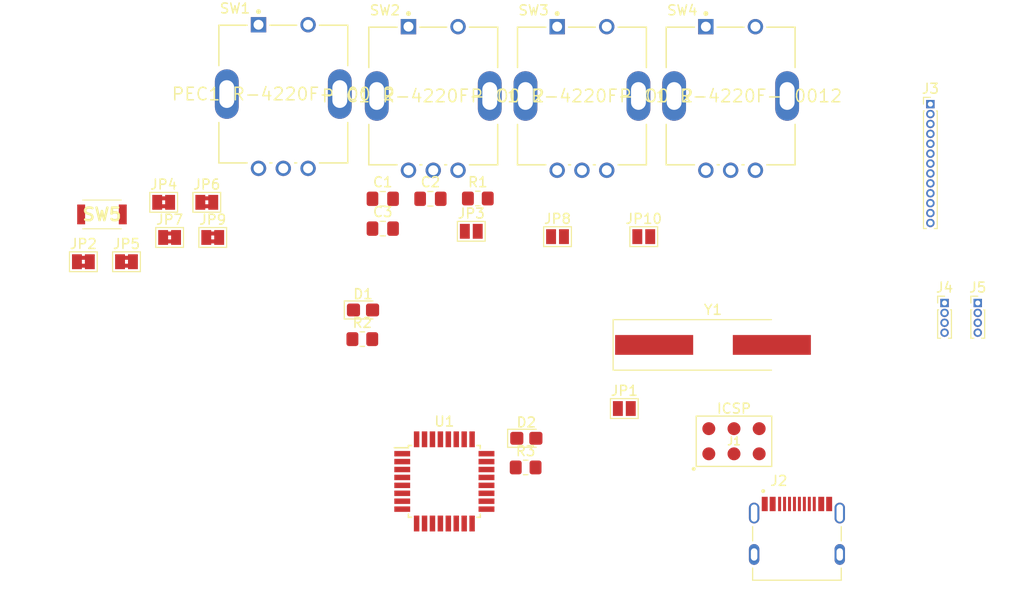
<source format=kicad_pcb>
(kicad_pcb (version 20171130) (host pcbnew "(5.1.10)-1")

  (general
    (thickness 1.6)
    (drawings 0)
    (tracks 0)
    (zones 0)
    (modules 30)
    (nets 41)
  )

  (page A4)
  (title_block
    (title "LightControl Console")
    (date 2021-08-10)
    (rev v00)
    (comment 4 "Author: GHOSCHT")
  )

  (layers
    (0 F.Cu signal)
    (31 B.Cu signal)
    (32 B.Adhes user)
    (33 F.Adhes user)
    (34 B.Paste user)
    (35 F.Paste user)
    (36 B.SilkS user)
    (37 F.SilkS user)
    (38 B.Mask user)
    (39 F.Mask user)
    (40 Dwgs.User user)
    (41 Cmts.User user)
    (42 Eco1.User user)
    (43 Eco2.User user)
    (44 Edge.Cuts user)
    (45 Margin user)
    (46 B.CrtYd user)
    (47 F.CrtYd user)
    (48 B.Fab user)
    (49 F.Fab user)
  )

  (setup
    (last_trace_width 0.25)
    (trace_clearance 0.2)
    (zone_clearance 0.508)
    (zone_45_only no)
    (trace_min 0.2)
    (via_size 0.8)
    (via_drill 0.4)
    (via_min_size 0.4)
    (via_min_drill 0.3)
    (uvia_size 0.3)
    (uvia_drill 0.1)
    (uvias_allowed no)
    (uvia_min_size 0.2)
    (uvia_min_drill 0.1)
    (edge_width 0.05)
    (segment_width 0.2)
    (pcb_text_width 0.3)
    (pcb_text_size 1.5 1.5)
    (mod_edge_width 0.12)
    (mod_text_size 1 1)
    (mod_text_width 0.15)
    (pad_size 1.524 1.524)
    (pad_drill 0.762)
    (pad_to_mask_clearance 0)
    (aux_axis_origin 0 0)
    (visible_elements 7FFFFFFF)
    (pcbplotparams
      (layerselection 0x010fc_ffffffff)
      (usegerberextensions false)
      (usegerberattributes true)
      (usegerberadvancedattributes true)
      (creategerberjobfile true)
      (excludeedgelayer true)
      (linewidth 0.100000)
      (plotframeref false)
      (viasonmask false)
      (mode 1)
      (useauxorigin false)
      (hpglpennumber 1)
      (hpglpenspeed 20)
      (hpglpendiameter 15.000000)
      (psnegative false)
      (psa4output false)
      (plotreference true)
      (plotvalue true)
      (plotinvisibletext false)
      (padsonsilk false)
      (subtractmaskfromsilk false)
      (outputformat 1)
      (mirror false)
      (drillshape 1)
      (scaleselection 1)
      (outputdirectory ""))
  )

  (net 0 "")
  (net 1 "Net-(U1-Pad19)")
  (net 2 "Net-(U1-Pad20)")
  (net 3 "Net-(U1-Pad22)")
  (net 4 GND)
  (net 5 VCC)
  (net 6 XTAL1)
  (net 7 XTAL2)
  (net 8 "Net-(D1-Pad2)")
  (net 9 MOSI)
  (net 10 SCK)
  (net 11 MISO)
  (net 12 RST)
  (net 13 "Net-(J2-PadA6)")
  (net 14 "Net-(J2-PadB7)")
  (net 15 "Net-(J2-PadA5)")
  (net 16 "Net-(J2-PadB8)")
  (net 17 "Net-(J2-PadA7)")
  (net 18 "Net-(J2-PadB6)")
  (net 19 "Net-(J2-PadA8)")
  (net 20 "Net-(J2-PadB5)")
  (net 21 BTN4)
  (net 22 BTN3)
  (net 23 BTN2)
  (net 24 BTN1)
  (net 25 ENC4B)
  (net 26 ENC4A)
  (net 27 ENC3B)
  (net 28 ENC3A)
  (net 29 ENC2B)
  (net 30 ENC2A)
  (net 31 ENC1B)
  (net 32 ENC1A)
  (net 33 TX)
  (net 34 RX)
  (net 35 SDA)
  (net 36 SCL)
  (net 37 "Net-(D2-Pad2)")
  (net 38 LED)
  (net 39 "Net-(U1-Pad3)")
  (net 40 "Net-(U1-Pad6)")

  (net_class Default "This is the default net class."
    (clearance 0.2)
    (trace_width 0.25)
    (via_dia 0.8)
    (via_drill 0.4)
    (uvia_dia 0.3)
    (uvia_drill 0.1)
    (add_net BTN1)
    (add_net BTN2)
    (add_net BTN3)
    (add_net BTN4)
    (add_net ENC1A)
    (add_net ENC1B)
    (add_net ENC2A)
    (add_net ENC2B)
    (add_net ENC3A)
    (add_net ENC3B)
    (add_net ENC4A)
    (add_net ENC4B)
    (add_net GND)
    (add_net LED)
    (add_net MISO)
    (add_net MOSI)
    (add_net "Net-(D1-Pad2)")
    (add_net "Net-(D2-Pad2)")
    (add_net "Net-(J2-PadA5)")
    (add_net "Net-(J2-PadA6)")
    (add_net "Net-(J2-PadA7)")
    (add_net "Net-(J2-PadA8)")
    (add_net "Net-(J2-PadB5)")
    (add_net "Net-(J2-PadB6)")
    (add_net "Net-(J2-PadB7)")
    (add_net "Net-(J2-PadB8)")
    (add_net "Net-(U1-Pad19)")
    (add_net "Net-(U1-Pad20)")
    (add_net "Net-(U1-Pad22)")
    (add_net "Net-(U1-Pad3)")
    (add_net "Net-(U1-Pad6)")
    (add_net RST)
    (add_net RX)
    (add_net SCK)
    (add_net SCL)
    (add_net SDA)
    (add_net TX)
    (add_net VCC)
    (add_net XTAL1)
    (add_net XTAL2)
  )

  (module Crystal:Crystal_SMD_HC49-SD_HandSoldering (layer F.Cu) (tedit 5A1AD52C) (tstamp 61133696)
    (at 137.328 59.616)
    (descr "SMD Crystal HC-49-SD http://cdn-reichelt.de/documents/datenblatt/B400/xxx-HC49-SMD.pdf, hand-soldering, 11.4x4.7mm^2 package")
    (tags "SMD SMT crystal hand-soldering")
    (path /6113484F)
    (attr smd)
    (fp_text reference Y1 (at 0 -3.55) (layer F.SilkS)
      (effects (font (size 1 1) (thickness 0.15)))
    )
    (fp_text value 16MHz (at 0 3.55) (layer F.Fab)
      (effects (font (size 1 1) (thickness 0.15)))
    )
    (fp_line (start 10.2 -2.6) (end -10.2 -2.6) (layer F.CrtYd) (width 0.05))
    (fp_line (start 10.2 2.6) (end 10.2 -2.6) (layer F.CrtYd) (width 0.05))
    (fp_line (start -10.2 2.6) (end 10.2 2.6) (layer F.CrtYd) (width 0.05))
    (fp_line (start -10.2 -2.6) (end -10.2 2.6) (layer F.CrtYd) (width 0.05))
    (fp_line (start -10.075 2.55) (end 5.9 2.55) (layer F.SilkS) (width 0.12))
    (fp_line (start -10.075 -2.55) (end -10.075 2.55) (layer F.SilkS) (width 0.12))
    (fp_line (start 5.9 -2.55) (end -10.075 -2.55) (layer F.SilkS) (width 0.12))
    (fp_line (start -3.015 2.115) (end 3.015 2.115) (layer F.Fab) (width 0.1))
    (fp_line (start -3.015 -2.115) (end 3.015 -2.115) (layer F.Fab) (width 0.1))
    (fp_line (start 5.7 -2.35) (end -5.7 -2.35) (layer F.Fab) (width 0.1))
    (fp_line (start 5.7 2.35) (end 5.7 -2.35) (layer F.Fab) (width 0.1))
    (fp_line (start -5.7 2.35) (end 5.7 2.35) (layer F.Fab) (width 0.1))
    (fp_line (start -5.7 -2.35) (end -5.7 2.35) (layer F.Fab) (width 0.1))
    (fp_arc (start 3.015 0) (end 3.015 -2.115) (angle 180) (layer F.Fab) (width 0.1))
    (fp_arc (start -3.015 0) (end -3.015 -2.115) (angle -180) (layer F.Fab) (width 0.1))
    (fp_text user %R (at 0 0) (layer F.Fab)
      (effects (font (size 1 1) (thickness 0.15)))
    )
    (pad 2 smd rect (at 5.9375 0) (size 7.875 2) (layers F.Cu F.Paste F.Mask)
      (net 7 XTAL2))
    (pad 1 smd rect (at -5.9375 0) (size 7.875 2) (layers F.Cu F.Paste F.Mask)
      (net 6 XTAL1))
    (model ${KISYS3DMOD}/Crystal.3dshapes/Crystal_SMD_HC49-SD.wrl
      (at (xyz 0 0 0))
      (scale (xyz 1 1 1))
      (rotate (xyz 0 0 0))
    )
  )

  (module Jumper:SolderJumper-2_P1.3mm_Open_Pad1.0x1.5mm (layer F.Cu) (tedit 5A3EABFC) (tstamp 611335D6)
    (at 128.382 66.04)
    (descr "SMD Solder Jumper, 1x1.5mm Pads, 0.3mm gap, open")
    (tags "solder jumper open")
    (path /6113282A)
    (attr virtual)
    (fp_text reference JP1 (at 0 -1.8) (layer F.SilkS)
      (effects (font (size 1 1) (thickness 0.15)))
    )
    (fp_text value SolderJumper (at 0 1.9) (layer F.Fab)
      (effects (font (size 1 1) (thickness 0.15)))
    )
    (fp_line (start 1.65 1.25) (end -1.65 1.25) (layer F.CrtYd) (width 0.05))
    (fp_line (start 1.65 1.25) (end 1.65 -1.25) (layer F.CrtYd) (width 0.05))
    (fp_line (start -1.65 -1.25) (end -1.65 1.25) (layer F.CrtYd) (width 0.05))
    (fp_line (start -1.65 -1.25) (end 1.65 -1.25) (layer F.CrtYd) (width 0.05))
    (fp_line (start -1.4 -1) (end 1.4 -1) (layer F.SilkS) (width 0.12))
    (fp_line (start 1.4 -1) (end 1.4 1) (layer F.SilkS) (width 0.12))
    (fp_line (start 1.4 1) (end -1.4 1) (layer F.SilkS) (width 0.12))
    (fp_line (start -1.4 1) (end -1.4 -1) (layer F.SilkS) (width 0.12))
    (pad 1 smd rect (at -0.65 0) (size 1 1.5) (layers F.Cu F.Mask)
      (net 35 SDA))
    (pad 2 smd rect (at 0.65 0) (size 1 1.5) (layers F.Cu F.Mask)
      (net 13 "Net-(J2-PadA6)"))
  )

  (module Bourns-PEC11R-4220F-S0012:Bourns-PEC11R-4220F-S0012-MFG (layer F.Cu) (tedit 611258C1) (tstamp 6112C981)
    (at 93.98 34.29)
    (path /6112A1C1)
    (fp_text reference SW1 (at -6.5 -8.65) (layer F.SilkS)
      (effects (font (size 1 1) (thickness 0.15)) (justify left))
    )
    (fp_text value PEC11R-4220F-S0012 (at 0 0) (layer F.SilkS)
      (effects (font (size 1.27 1.27) (thickness 0.15)))
    )
    (fp_circle (center -2.5 -8.325) (end -2.375 -8.325) (layer F.SilkS) (width 0.25))
    (fp_line (start -6.5 -2.875) (end -6.5 -6.95) (layer F.SilkS) (width 0.15))
    (fp_line (start -6.5 6.95) (end -6.5 2.875) (layer F.SilkS) (width 0.15))
    (fp_line (start 3.65 6.95) (end 6.5 6.95) (layer F.SilkS) (width 0.15))
    (fp_line (start 1.15 6.95) (end 1.35 6.95) (layer F.SilkS) (width 0.15))
    (fp_line (start -1.35 6.95) (end -1.15 6.95) (layer F.SilkS) (width 0.15))
    (fp_line (start -6.5 6.95) (end -3.65 6.95) (layer F.SilkS) (width 0.15))
    (fp_line (start 6.5 -2.875) (end 6.5 -6.95) (layer F.SilkS) (width 0.15))
    (fp_line (start 6.5 6.95) (end 6.5 2.875) (layer F.SilkS) (width 0.15))
    (fp_line (start 3.65 -6.95) (end 6.5 -6.95) (layer F.SilkS) (width 0.15))
    (fp_line (start -1.35 -6.95) (end 1.35 -6.95) (layer F.SilkS) (width 0.15))
    (fp_line (start -6.5 -6.95) (end -3.65 -6.95) (layer F.SilkS) (width 0.15))
    (fp_line (start 6.925 8.3) (end 6.925 -7.8) (layer F.CrtYd) (width 0.15))
    (fp_line (start -6.925 8.3) (end 6.925 8.3) (layer F.CrtYd) (width 0.15))
    (fp_line (start -6.925 -7.8) (end -6.925 8.3) (layer F.CrtYd) (width 0.15))
    (fp_line (start 6.925 -7.8) (end -6.925 -7.8) (layer F.CrtYd) (width 0.15))
    (fp_line (start 6.925 -7.8) (end 6.925 -7.8) (layer F.CrtYd) (width 0.15))
    (fp_line (start 6.5 6.95) (end -6.5 6.95) (layer F.Fab) (width 0.15))
    (fp_line (start 6.5 -6.95) (end 6.5 6.95) (layer F.Fab) (width 0.15))
    (fp_line (start -6.5 -6.95) (end 6.5 -6.95) (layer F.Fab) (width 0.15))
    (fp_line (start -6.5 6.95) (end -6.5 -6.95) (layer F.Fab) (width 0.15))
    (pad S1 thru_hole rect (at -2.5 -7) (size 1.55 1.55) (drill 1) (layers *.Cu *.Mask)
      (net 4 GND))
    (pad S2 thru_hole circle (at 2.5 -7) (size 1.55 1.55) (drill 1) (layers *.Cu *.Mask)
      (net 24 BTN1))
    (pad A thru_hole circle (at -2.5 7.5) (size 1.55 1.55) (drill 1) (layers *.Cu *.Mask)
      (net 32 ENC1A))
    (pad C thru_hole circle (at 0 7.5) (size 1.55 1.55) (drill 1) (layers *.Cu *.Mask)
      (net 4 GND))
    (pad B thru_hole circle (at 2.5 7.5) (size 1.55 1.55) (drill 1) (layers *.Cu *.Mask)
      (net 31 ENC1B))
    (pad 3 thru_hole roundrect (at -5.7 0) (size 2.4 5) (drill oval 1.5 2.8) (layers *.Cu *.Mask) (roundrect_rratio 0.5))
    (pad 4 thru_hole roundrect (at 5.7 0) (size 2.4 5) (drill oval 1.5 2.8) (layers *.Cu *.Mask) (roundrect_rratio 0.5))
    (model ${KIPRJMOD}/Libraries/Bourns-PEC11R-4220F-S0012.models/Bourns_-_PEC11R-4220F-S0012.step
      (at (xyz 0 0 0))
      (scale (xyz 1 1 1))
      (rotate (xyz 0 0 0))
    )
  )

  (module AVR-ISP:AVR-ISP (layer F.Cu) (tedit 61126B73) (tstamp 6112DBCD)
    (at 139.446 69.342)
    (path /61134728)
    (fp_text reference J1 (at 0 0) (layer F.SilkS)
      (effects (font (size 0.787402 0.787402) (thickness 0.15)))
    )
    (fp_text value AVR-ISP-6 (at 0 0) (layer F.Fab)
      (effects (font (size 0.787402 0.787402) (thickness 0.15)))
    )
    (fp_line (start -3.81 -2.54) (end 3.81 -2.54) (layer F.SilkS) (width 0.127))
    (fp_line (start 3.81 -2.54) (end 3.81 2.54) (layer F.SilkS) (width 0.127))
    (fp_line (start 3.81 2.54) (end -3.81 2.54) (layer F.SilkS) (width 0.127))
    (fp_line (start -3.81 2.54) (end -3.81 -2.54) (layer F.SilkS) (width 0.127))
    (fp_circle (center -4.064 2.794) (end -3.964 2.794) (layer F.SilkS) (width 0.2))
    (fp_text user ICSP (at 0 -3.302) (layer F.SilkS)
      (effects (font (size 1 1) (thickness 0.15)))
    )
    (pad 4 smd circle (at 0 -1.27) (size 1.308 1.308) (layers F.Cu F.Paste F.Mask)
      (net 9 MOSI))
    (pad 3 smd circle (at 0 1.27) (size 1.308 1.308) (layers F.Cu F.Paste F.Mask)
      (net 10 SCK))
    (pad 2 smd circle (at -2.54 -1.27) (size 1.308 1.308) (layers F.Cu F.Paste F.Mask)
      (net 5 VCC))
    (pad 1 smd circle (at -2.54 1.27) (size 1.308 1.308) (layers F.Cu F.Paste F.Mask)
      (net 11 MISO))
    (pad 5 smd circle (at 2.54 1.27) (size 1.308 1.308) (layers F.Cu F.Paste F.Mask)
      (net 12 RST))
    (pad 6 smd circle (at 2.54 -1.27) (size 1.308 1.308) (layers F.Cu F.Paste F.Mask)
      (net 4 GND))
  )

  (module HRO_TYPE-C-31-M-12:HRO_TYPE-C-31-M-12 (layer F.Cu) (tedit 6112D184) (tstamp 6112D3E1)
    (at 145.796 80.772)
    (path /6112D89A)
    (fp_text reference J2 (at -1.825 -7.435) (layer F.SilkS)
      (effects (font (size 1 1) (thickness 0.15)))
    )
    (fp_text value TYPE-C-31-M-12 (at 6.43 4.135) (layer F.Fab)
      (effects (font (size 1 1) (thickness 0.15)))
    )
    (fp_circle (center -3.4 -6.4) (end -3.3 -6.4) (layer F.SilkS) (width 0.2))
    (fp_circle (center -3.4 -6.4) (end -3.3 -6.4) (layer F.Fab) (width 0.2))
    (fp_line (start -5.095 -6.07) (end -5.095 2.85) (layer F.CrtYd) (width 0.05))
    (fp_line (start 5.095 -6.07) (end -5.095 -6.07) (layer F.CrtYd) (width 0.05))
    (fp_line (start 5.095 2.85) (end 5.095 -6.07) (layer F.CrtYd) (width 0.05))
    (fp_line (start -5.095 2.85) (end 5.095 2.85) (layer F.CrtYd) (width 0.05))
    (fp_line (start -4.47 2.6) (end -4.47 1.37) (layer F.SilkS) (width 0.127))
    (fp_line (start 4.47 2.6) (end -4.47 2.6) (layer F.SilkS) (width 0.127))
    (fp_line (start 4.47 1.37) (end 4.47 2.6) (layer F.SilkS) (width 0.127))
    (fp_line (start 4.47 -2.81) (end 4.47 -1.37) (layer F.SilkS) (width 0.127))
    (fp_line (start -4.47 -2.81) (end -4.47 -1.37) (layer F.SilkS) (width 0.127))
    (fp_line (start -4.47 -4.7) (end -4.47 2.6) (layer F.Fab) (width 0.127))
    (fp_line (start 4.47 -4.7) (end -4.47 -4.7) (layer F.Fab) (width 0.127))
    (fp_line (start 4.47 2.6) (end 4.47 -4.7) (layer F.Fab) (width 0.127))
    (fp_line (start -4.47 2.6) (end 4.47 2.6) (layer F.Fab) (width 0.127))
    (pad A1B12 smd rect (at -3.25 -5.095) (size 0.6 1.45) (layers F.Cu F.Paste F.Mask)
      (net 4 GND))
    (pad A4B9 smd rect (at -2.45 -5.095) (size 0.6 1.45) (layers F.Cu F.Paste F.Mask)
      (net 5 VCC))
    (pad A6 smd rect (at -0.25 -5.095) (size 0.3 1.45) (layers F.Cu F.Paste F.Mask)
      (net 13 "Net-(J2-PadA6)"))
    (pad B7 smd rect (at -0.75 -5.095) (size 0.3 1.45) (layers F.Cu F.Paste F.Mask)
      (net 14 "Net-(J2-PadB7)"))
    (pad A5 smd rect (at -1.25 -5.095) (size 0.3 1.45) (layers F.Cu F.Paste F.Mask)
      (net 15 "Net-(J2-PadA5)"))
    (pad B8 smd rect (at -1.75 -5.095) (size 0.3 1.45) (layers F.Cu F.Paste F.Mask)
      (net 16 "Net-(J2-PadB8)"))
    (pad A7 smd rect (at 0.25 -5.095) (size 0.3 1.45) (layers F.Cu F.Paste F.Mask)
      (net 17 "Net-(J2-PadA7)"))
    (pad B6 smd rect (at 0.75 -5.095) (size 0.3 1.45) (layers F.Cu F.Paste F.Mask)
      (net 18 "Net-(J2-PadB6)"))
    (pad A8 smd rect (at 1.25 -5.095) (size 0.3 1.45) (layers F.Cu F.Paste F.Mask)
      (net 19 "Net-(J2-PadA8)"))
    (pad B5 smd rect (at 1.75 -5.095) (size 0.3 1.45) (layers F.Cu F.Paste F.Mask)
      (net 20 "Net-(J2-PadB5)"))
    (pad B4A9 smd rect (at 2.45 -5.095) (size 0.6 1.45) (layers F.Cu F.Paste F.Mask)
      (net 5 VCC))
    (pad B1A12 smd rect (at 3.25 -5.095) (size 0.6 1.45) (layers F.Cu F.Paste F.Mask)
      (net 4 GND))
    (pad S1 thru_hole oval (at -4.32 -4.18) (size 1.05 2.1) (drill oval 0.65 1.75) (layers *.Cu *.Mask)
      (net 4 GND))
    (pad S2 thru_hole oval (at 4.32 -4.18) (size 1.05 2.1) (drill oval 0.65 1.75) (layers *.Cu *.Mask)
      (net 4 GND))
    (pad S3 thru_hole oval (at -4.32 0) (size 1.05 2.1) (drill oval 0.65 1.25) (layers *.Cu *.Mask)
      (net 4 GND))
    (pad S4 thru_hole oval (at 4.32 0) (size 1.05 2.1) (drill oval 0.65 1.25) (layers *.Cu *.Mask)
      (net 4 GND))
    (pad None np_thru_hole circle (at -2.89 -3.65) (size 0.7 0.7) (drill 0.7) (layers *.Cu *.Mask))
    (pad None np_thru_hole circle (at 2.89 -3.65) (size 0.7 0.7) (drill 0.7) (layers *.Cu *.Mask))
    (model ${KIPRJMOD}/Libraries/HRO_TYPE-C-31-M-12.models/TYPE-C-31-M-12.step
      (at (xyz 0 0 0))
      (scale (xyz 1 1 1))
      (rotate (xyz -90 0 0))
    )
  )

  (module Capacitor_SMD:C_0805_2012Metric_Pad1.18x1.45mm_HandSolder (layer F.Cu) (tedit 5F68FEEF) (tstamp 61133BF5)
    (at 104.013001 44.863001)
    (descr "Capacitor SMD 0805 (2012 Metric), square (rectangular) end terminal, IPC_7351 nominal with elongated pad for handsoldering. (Body size source: IPC-SM-782 page 76, https://www.pcb-3d.com/wordpress/wp-content/uploads/ipc-sm-782a_amendment_1_and_2.pdf, https://docs.google.com/spreadsheets/d/1BsfQQcO9C6DZCsRaXUlFlo91Tg2WpOkGARC1WS5S8t0/edit?usp=sharing), generated with kicad-footprint-generator")
    (tags "capacitor handsolder")
    (path /6113DC2F)
    (attr smd)
    (fp_text reference C1 (at 0 -1.68) (layer F.SilkS)
      (effects (font (size 1 1) (thickness 0.15)))
    )
    (fp_text value 22p (at 0 1.68) (layer F.Fab)
      (effects (font (size 1 1) (thickness 0.15)))
    )
    (fp_line (start -1 0.625) (end -1 -0.625) (layer F.Fab) (width 0.1))
    (fp_line (start -1 -0.625) (end 1 -0.625) (layer F.Fab) (width 0.1))
    (fp_line (start 1 -0.625) (end 1 0.625) (layer F.Fab) (width 0.1))
    (fp_line (start 1 0.625) (end -1 0.625) (layer F.Fab) (width 0.1))
    (fp_line (start -0.261252 -0.735) (end 0.261252 -0.735) (layer F.SilkS) (width 0.12))
    (fp_line (start -0.261252 0.735) (end 0.261252 0.735) (layer F.SilkS) (width 0.12))
    (fp_line (start -1.88 0.98) (end -1.88 -0.98) (layer F.CrtYd) (width 0.05))
    (fp_line (start -1.88 -0.98) (end 1.88 -0.98) (layer F.CrtYd) (width 0.05))
    (fp_line (start 1.88 -0.98) (end 1.88 0.98) (layer F.CrtYd) (width 0.05))
    (fp_line (start 1.88 0.98) (end -1.88 0.98) (layer F.CrtYd) (width 0.05))
    (fp_text user %R (at 0 0) (layer F.Fab)
      (effects (font (size 0.5 0.5) (thickness 0.08)))
    )
    (pad 1 smd roundrect (at -1.0375 0) (size 1.175 1.45) (layers F.Cu F.Paste F.Mask) (roundrect_rratio 0.212766)
      (net 6 XTAL1))
    (pad 2 smd roundrect (at 1.0375 0) (size 1.175 1.45) (layers F.Cu F.Paste F.Mask) (roundrect_rratio 0.212766)
      (net 4 GND))
    (model ${KISYS3DMOD}/Capacitor_SMD.3dshapes/C_0805_2012Metric.wrl
      (at (xyz 0 0 0))
      (scale (xyz 1 1 1))
      (rotate (xyz 0 0 0))
    )
  )

  (module Capacitor_SMD:C_0805_2012Metric_Pad1.18x1.45mm_HandSolder (layer F.Cu) (tedit 5F68FEEF) (tstamp 61133C06)
    (at 108.823001 44.863001)
    (descr "Capacitor SMD 0805 (2012 Metric), square (rectangular) end terminal, IPC_7351 nominal with elongated pad for handsoldering. (Body size source: IPC-SM-782 page 76, https://www.pcb-3d.com/wordpress/wp-content/uploads/ipc-sm-782a_amendment_1_and_2.pdf, https://docs.google.com/spreadsheets/d/1BsfQQcO9C6DZCsRaXUlFlo91Tg2WpOkGARC1WS5S8t0/edit?usp=sharing), generated with kicad-footprint-generator")
    (tags "capacitor handsolder")
    (path /611448F1)
    (attr smd)
    (fp_text reference C2 (at 0 -1.68) (layer F.SilkS)
      (effects (font (size 1 1) (thickness 0.15)))
    )
    (fp_text value 22p (at 0 1.68) (layer F.Fab)
      (effects (font (size 1 1) (thickness 0.15)))
    )
    (fp_line (start 1.88 0.98) (end -1.88 0.98) (layer F.CrtYd) (width 0.05))
    (fp_line (start 1.88 -0.98) (end 1.88 0.98) (layer F.CrtYd) (width 0.05))
    (fp_line (start -1.88 -0.98) (end 1.88 -0.98) (layer F.CrtYd) (width 0.05))
    (fp_line (start -1.88 0.98) (end -1.88 -0.98) (layer F.CrtYd) (width 0.05))
    (fp_line (start -0.261252 0.735) (end 0.261252 0.735) (layer F.SilkS) (width 0.12))
    (fp_line (start -0.261252 -0.735) (end 0.261252 -0.735) (layer F.SilkS) (width 0.12))
    (fp_line (start 1 0.625) (end -1 0.625) (layer F.Fab) (width 0.1))
    (fp_line (start 1 -0.625) (end 1 0.625) (layer F.Fab) (width 0.1))
    (fp_line (start -1 -0.625) (end 1 -0.625) (layer F.Fab) (width 0.1))
    (fp_line (start -1 0.625) (end -1 -0.625) (layer F.Fab) (width 0.1))
    (fp_text user %R (at 0 0) (layer F.Fab)
      (effects (font (size 0.5 0.5) (thickness 0.08)))
    )
    (pad 2 smd roundrect (at 1.0375 0) (size 1.175 1.45) (layers F.Cu F.Paste F.Mask) (roundrect_rratio 0.212766)
      (net 4 GND))
    (pad 1 smd roundrect (at -1.0375 0) (size 1.175 1.45) (layers F.Cu F.Paste F.Mask) (roundrect_rratio 0.212766)
      (net 7 XTAL2))
    (model ${KISYS3DMOD}/Capacitor_SMD.3dshapes/C_0805_2012Metric.wrl
      (at (xyz 0 0 0))
      (scale (xyz 1 1 1))
      (rotate (xyz 0 0 0))
    )
  )

  (module Capacitor_SMD:C_0805_2012Metric_Pad1.18x1.45mm_HandSolder (layer F.Cu) (tedit 5F68FEEF) (tstamp 61133C17)
    (at 104.013001 47.873001)
    (descr "Capacitor SMD 0805 (2012 Metric), square (rectangular) end terminal, IPC_7351 nominal with elongated pad for handsoldering. (Body size source: IPC-SM-782 page 76, https://www.pcb-3d.com/wordpress/wp-content/uploads/ipc-sm-782a_amendment_1_and_2.pdf, https://docs.google.com/spreadsheets/d/1BsfQQcO9C6DZCsRaXUlFlo91Tg2WpOkGARC1WS5S8t0/edit?usp=sharing), generated with kicad-footprint-generator")
    (tags "capacitor handsolder")
    (path /6115564D)
    (attr smd)
    (fp_text reference C3 (at 0 -1.68) (layer F.SilkS)
      (effects (font (size 1 1) (thickness 0.15)))
    )
    (fp_text value 100n (at 0 1.68) (layer F.Fab)
      (effects (font (size 1 1) (thickness 0.15)))
    )
    (fp_line (start -1 0.625) (end -1 -0.625) (layer F.Fab) (width 0.1))
    (fp_line (start -1 -0.625) (end 1 -0.625) (layer F.Fab) (width 0.1))
    (fp_line (start 1 -0.625) (end 1 0.625) (layer F.Fab) (width 0.1))
    (fp_line (start 1 0.625) (end -1 0.625) (layer F.Fab) (width 0.1))
    (fp_line (start -0.261252 -0.735) (end 0.261252 -0.735) (layer F.SilkS) (width 0.12))
    (fp_line (start -0.261252 0.735) (end 0.261252 0.735) (layer F.SilkS) (width 0.12))
    (fp_line (start -1.88 0.98) (end -1.88 -0.98) (layer F.CrtYd) (width 0.05))
    (fp_line (start -1.88 -0.98) (end 1.88 -0.98) (layer F.CrtYd) (width 0.05))
    (fp_line (start 1.88 -0.98) (end 1.88 0.98) (layer F.CrtYd) (width 0.05))
    (fp_line (start 1.88 0.98) (end -1.88 0.98) (layer F.CrtYd) (width 0.05))
    (fp_text user %R (at 0 0) (layer F.Fab)
      (effects (font (size 0.5 0.5) (thickness 0.08)))
    )
    (pad 1 smd roundrect (at -1.0375 0) (size 1.175 1.45) (layers F.Cu F.Paste F.Mask) (roundrect_rratio 0.212766)
      (net 5 VCC))
    (pad 2 smd roundrect (at 1.0375 0) (size 1.175 1.45) (layers F.Cu F.Paste F.Mask) (roundrect_rratio 0.212766)
      (net 4 GND))
    (model ${KISYS3DMOD}/Capacitor_SMD.3dshapes/C_0805_2012Metric.wrl
      (at (xyz 0 0 0))
      (scale (xyz 1 1 1))
      (rotate (xyz 0 0 0))
    )
  )

  (module Jumper:SolderJumper-2_P1.3mm_Open_Pad1.0x1.5mm (layer F.Cu) (tedit 5A3EABFC) (tstamp 61133C33)
    (at 112.943001 48.143001)
    (descr "SMD Solder Jumper, 1x1.5mm Pads, 0.3mm gap, open")
    (tags "solder jumper open")
    (path /6118262C)
    (attr virtual)
    (fp_text reference JP3 (at 0 -1.8) (layer F.SilkS)
      (effects (font (size 1 1) (thickness 0.15)))
    )
    (fp_text value SolderJumper (at 0 1.9) (layer F.Fab)
      (effects (font (size 1 1) (thickness 0.15)))
    )
    (fp_line (start -1.4 1) (end -1.4 -1) (layer F.SilkS) (width 0.12))
    (fp_line (start 1.4 1) (end -1.4 1) (layer F.SilkS) (width 0.12))
    (fp_line (start 1.4 -1) (end 1.4 1) (layer F.SilkS) (width 0.12))
    (fp_line (start -1.4 -1) (end 1.4 -1) (layer F.SilkS) (width 0.12))
    (fp_line (start -1.65 -1.25) (end 1.65 -1.25) (layer F.CrtYd) (width 0.05))
    (fp_line (start -1.65 -1.25) (end -1.65 1.25) (layer F.CrtYd) (width 0.05))
    (fp_line (start 1.65 1.25) (end 1.65 -1.25) (layer F.CrtYd) (width 0.05))
    (fp_line (start 1.65 1.25) (end -1.65 1.25) (layer F.CrtYd) (width 0.05))
    (pad 2 smd rect (at 0.65 0) (size 1 1.5) (layers F.Cu F.Mask)
      (net 17 "Net-(J2-PadA7)"))
    (pad 1 smd rect (at -0.65 0) (size 1 1.5) (layers F.Cu F.Mask)
      (net 36 SCL))
  )

  (module Jumper:SolderJumper-2_P1.3mm_Open_Pad1.0x1.5mm (layer F.Cu) (tedit 5A3EABFC) (tstamp 61133C79)
    (at 121.643001 48.683001)
    (descr "SMD Solder Jumper, 1x1.5mm Pads, 0.3mm gap, open")
    (tags "solder jumper open")
    (path /611A3587)
    (attr virtual)
    (fp_text reference JP8 (at 0 -1.8) (layer F.SilkS)
      (effects (font (size 1 1) (thickness 0.15)))
    )
    (fp_text value SolderJumper (at 0 1.9) (layer F.Fab)
      (effects (font (size 1 1) (thickness 0.15)))
    )
    (fp_line (start -1.4 1) (end -1.4 -1) (layer F.SilkS) (width 0.12))
    (fp_line (start 1.4 1) (end -1.4 1) (layer F.SilkS) (width 0.12))
    (fp_line (start 1.4 -1) (end 1.4 1) (layer F.SilkS) (width 0.12))
    (fp_line (start -1.4 -1) (end 1.4 -1) (layer F.SilkS) (width 0.12))
    (fp_line (start -1.65 -1.25) (end 1.65 -1.25) (layer F.CrtYd) (width 0.05))
    (fp_line (start -1.65 -1.25) (end -1.65 1.25) (layer F.CrtYd) (width 0.05))
    (fp_line (start 1.65 1.25) (end 1.65 -1.25) (layer F.CrtYd) (width 0.05))
    (fp_line (start 1.65 1.25) (end -1.65 1.25) (layer F.CrtYd) (width 0.05))
    (pad 2 smd rect (at 0.65 0) (size 1 1.5) (layers F.Cu F.Mask)
      (net 36 SCL))
    (pad 1 smd rect (at -0.65 0) (size 1 1.5) (layers F.Cu F.Mask)
      (net 14 "Net-(J2-PadB7)"))
  )

  (module Jumper:SolderJumper-2_P1.3mm_Open_Pad1.0x1.5mm (layer F.Cu) (tedit 5A3EABFC) (tstamp 61133C95)
    (at 130.343001 48.683001)
    (descr "SMD Solder Jumper, 1x1.5mm Pads, 0.3mm gap, open")
    (tags "solder jumper open")
    (path /611A3577)
    (attr virtual)
    (fp_text reference JP10 (at 0 -1.8) (layer F.SilkS)
      (effects (font (size 1 1) (thickness 0.15)))
    )
    (fp_text value SolderJumper (at 0 1.9) (layer F.Fab)
      (effects (font (size 1 1) (thickness 0.15)))
    )
    (fp_line (start -1.4 1) (end -1.4 -1) (layer F.SilkS) (width 0.12))
    (fp_line (start 1.4 1) (end -1.4 1) (layer F.SilkS) (width 0.12))
    (fp_line (start 1.4 -1) (end 1.4 1) (layer F.SilkS) (width 0.12))
    (fp_line (start -1.4 -1) (end 1.4 -1) (layer F.SilkS) (width 0.12))
    (fp_line (start -1.65 -1.25) (end 1.65 -1.25) (layer F.CrtYd) (width 0.05))
    (fp_line (start -1.65 -1.25) (end -1.65 1.25) (layer F.CrtYd) (width 0.05))
    (fp_line (start 1.65 1.25) (end 1.65 -1.25) (layer F.CrtYd) (width 0.05))
    (fp_line (start 1.65 1.25) (end -1.65 1.25) (layer F.CrtYd) (width 0.05))
    (pad 2 smd rect (at 0.65 0) (size 1 1.5) (layers F.Cu F.Mask)
      (net 35 SDA))
    (pad 1 smd rect (at -0.65 0) (size 1 1.5) (layers F.Cu F.Mask)
      (net 18 "Net-(J2-PadB6)"))
  )

  (module Resistor_SMD:R_0805_2012Metric_Pad1.20x1.40mm_HandSolder (layer F.Cu) (tedit 5F68FEEE) (tstamp 61133CA6)
    (at 113.603001 44.833001)
    (descr "Resistor SMD 0805 (2012 Metric), square (rectangular) end terminal, IPC_7351 nominal with elongated pad for handsoldering. (Body size source: IPC-SM-782 page 72, https://www.pcb-3d.com/wordpress/wp-content/uploads/ipc-sm-782a_amendment_1_and_2.pdf), generated with kicad-footprint-generator")
    (tags "resistor handsolder")
    (path /611669B4)
    (attr smd)
    (fp_text reference R1 (at 0 -1.65) (layer F.SilkS)
      (effects (font (size 1 1) (thickness 0.15)))
    )
    (fp_text value 10k (at 0 1.65) (layer F.Fab)
      (effects (font (size 1 1) (thickness 0.15)))
    )
    (fp_line (start -1 0.625) (end -1 -0.625) (layer F.Fab) (width 0.1))
    (fp_line (start -1 -0.625) (end 1 -0.625) (layer F.Fab) (width 0.1))
    (fp_line (start 1 -0.625) (end 1 0.625) (layer F.Fab) (width 0.1))
    (fp_line (start 1 0.625) (end -1 0.625) (layer F.Fab) (width 0.1))
    (fp_line (start -0.227064 -0.735) (end 0.227064 -0.735) (layer F.SilkS) (width 0.12))
    (fp_line (start -0.227064 0.735) (end 0.227064 0.735) (layer F.SilkS) (width 0.12))
    (fp_line (start -1.85 0.95) (end -1.85 -0.95) (layer F.CrtYd) (width 0.05))
    (fp_line (start -1.85 -0.95) (end 1.85 -0.95) (layer F.CrtYd) (width 0.05))
    (fp_line (start 1.85 -0.95) (end 1.85 0.95) (layer F.CrtYd) (width 0.05))
    (fp_line (start 1.85 0.95) (end -1.85 0.95) (layer F.CrtYd) (width 0.05))
    (fp_text user %R (at 0 0) (layer F.Fab)
      (effects (font (size 0.5 0.5) (thickness 0.08)))
    )
    (pad 1 smd roundrect (at -1 0) (size 1.2 1.4) (layers F.Cu F.Paste F.Mask) (roundrect_rratio 0.208333)
      (net 12 RST))
    (pad 2 smd roundrect (at 1 0) (size 1.2 1.4) (layers F.Cu F.Paste F.Mask) (roundrect_rratio 0.208333)
      (net 5 VCC))
    (model ${KISYS3DMOD}/Resistor_SMD.3dshapes/R_0805_2012Metric.wrl
      (at (xyz 0 0 0))
      (scale (xyz 1 1 1))
      (rotate (xyz 0 0 0))
    )
  )

  (module Bourns-PEC11R-4220F-S0012:Bourns-PEC11R-4220F-S0012-MFG (layer F.Cu) (tedit 611258C1) (tstamp 61133CC6)
    (at 109.108001 34.483001)
    (path /611CC8B9)
    (fp_text reference SW2 (at -6.5 -8.65) (layer F.SilkS)
      (effects (font (size 1 1) (thickness 0.15)) (justify left))
    )
    (fp_text value PEC11R-4220F-S0012 (at 0 0) (layer F.SilkS)
      (effects (font (size 1.27 1.27) (thickness 0.15)))
    )
    (fp_circle (center -2.5 -8.325) (end -2.375 -8.325) (layer F.SilkS) (width 0.25))
    (fp_line (start -6.5 -2.875) (end -6.5 -6.95) (layer F.SilkS) (width 0.15))
    (fp_line (start -6.5 6.95) (end -6.5 2.875) (layer F.SilkS) (width 0.15))
    (fp_line (start 3.65 6.95) (end 6.5 6.95) (layer F.SilkS) (width 0.15))
    (fp_line (start 1.15 6.95) (end 1.35 6.95) (layer F.SilkS) (width 0.15))
    (fp_line (start -1.35 6.95) (end -1.15 6.95) (layer F.SilkS) (width 0.15))
    (fp_line (start -6.5 6.95) (end -3.65 6.95) (layer F.SilkS) (width 0.15))
    (fp_line (start 6.5 -2.875) (end 6.5 -6.95) (layer F.SilkS) (width 0.15))
    (fp_line (start 6.5 6.95) (end 6.5 2.875) (layer F.SilkS) (width 0.15))
    (fp_line (start 3.65 -6.95) (end 6.5 -6.95) (layer F.SilkS) (width 0.15))
    (fp_line (start -1.35 -6.95) (end 1.35 -6.95) (layer F.SilkS) (width 0.15))
    (fp_line (start -6.5 -6.95) (end -3.65 -6.95) (layer F.SilkS) (width 0.15))
    (fp_line (start 6.925 8.3) (end 6.925 -7.8) (layer F.CrtYd) (width 0.15))
    (fp_line (start -6.925 8.3) (end 6.925 8.3) (layer F.CrtYd) (width 0.15))
    (fp_line (start -6.925 -7.8) (end -6.925 8.3) (layer F.CrtYd) (width 0.15))
    (fp_line (start 6.925 -7.8) (end -6.925 -7.8) (layer F.CrtYd) (width 0.15))
    (fp_line (start 6.925 -7.8) (end 6.925 -7.8) (layer F.CrtYd) (width 0.15))
    (fp_line (start 6.5 6.95) (end -6.5 6.95) (layer F.Fab) (width 0.15))
    (fp_line (start 6.5 -6.95) (end 6.5 6.95) (layer F.Fab) (width 0.15))
    (fp_line (start -6.5 -6.95) (end 6.5 -6.95) (layer F.Fab) (width 0.15))
    (fp_line (start -6.5 6.95) (end -6.5 -6.95) (layer F.Fab) (width 0.15))
    (pad S1 thru_hole rect (at -2.5 -7) (size 1.55 1.55) (drill 1) (layers *.Cu *.Mask)
      (net 4 GND))
    (pad S2 thru_hole circle (at 2.5 -7) (size 1.55 1.55) (drill 1) (layers *.Cu *.Mask)
      (net 23 BTN2))
    (pad A thru_hole circle (at -2.5 7.5) (size 1.55 1.55) (drill 1) (layers *.Cu *.Mask)
      (net 30 ENC2A))
    (pad C thru_hole circle (at 0 7.5) (size 1.55 1.55) (drill 1) (layers *.Cu *.Mask)
      (net 4 GND))
    (pad B thru_hole circle (at 2.5 7.5) (size 1.55 1.55) (drill 1) (layers *.Cu *.Mask)
      (net 29 ENC2B))
    (pad 3 thru_hole roundrect (at -5.7 0) (size 2.4 5) (drill oval 1.5 2.8) (layers *.Cu *.Mask) (roundrect_rratio 0.5))
    (pad 4 thru_hole roundrect (at 5.7 0) (size 2.4 5) (drill oval 1.5 2.8) (layers *.Cu *.Mask) (roundrect_rratio 0.5))
    (model ${KIPRJMOD}/Libraries/Bourns-PEC11R-4220F-S0012.models/Bourns_-_PEC11R-4220F-S0012.step
      (at (xyz 0 0 0))
      (scale (xyz 1 1 1))
      (rotate (xyz 0 0 0))
    )
  )

  (module Bourns-PEC11R-4220F-S0012:Bourns-PEC11R-4220F-S0012-MFG (layer F.Cu) (tedit 611258C1) (tstamp 61133CE6)
    (at 124.108001 34.483001)
    (path /611CDF12)
    (fp_text reference SW3 (at -6.5 -8.65) (layer F.SilkS)
      (effects (font (size 1 1) (thickness 0.15)) (justify left))
    )
    (fp_text value PEC11R-4220F-S0012 (at 0 0) (layer F.SilkS)
      (effects (font (size 1.27 1.27) (thickness 0.15)))
    )
    (fp_line (start -6.5 6.95) (end -6.5 -6.95) (layer F.Fab) (width 0.15))
    (fp_line (start -6.5 -6.95) (end 6.5 -6.95) (layer F.Fab) (width 0.15))
    (fp_line (start 6.5 -6.95) (end 6.5 6.95) (layer F.Fab) (width 0.15))
    (fp_line (start 6.5 6.95) (end -6.5 6.95) (layer F.Fab) (width 0.15))
    (fp_line (start 6.925 -7.8) (end 6.925 -7.8) (layer F.CrtYd) (width 0.15))
    (fp_line (start 6.925 -7.8) (end -6.925 -7.8) (layer F.CrtYd) (width 0.15))
    (fp_line (start -6.925 -7.8) (end -6.925 8.3) (layer F.CrtYd) (width 0.15))
    (fp_line (start -6.925 8.3) (end 6.925 8.3) (layer F.CrtYd) (width 0.15))
    (fp_line (start 6.925 8.3) (end 6.925 -7.8) (layer F.CrtYd) (width 0.15))
    (fp_line (start -6.5 -6.95) (end -3.65 -6.95) (layer F.SilkS) (width 0.15))
    (fp_line (start -1.35 -6.95) (end 1.35 -6.95) (layer F.SilkS) (width 0.15))
    (fp_line (start 3.65 -6.95) (end 6.5 -6.95) (layer F.SilkS) (width 0.15))
    (fp_line (start 6.5 6.95) (end 6.5 2.875) (layer F.SilkS) (width 0.15))
    (fp_line (start 6.5 -2.875) (end 6.5 -6.95) (layer F.SilkS) (width 0.15))
    (fp_line (start -6.5 6.95) (end -3.65 6.95) (layer F.SilkS) (width 0.15))
    (fp_line (start -1.35 6.95) (end -1.15 6.95) (layer F.SilkS) (width 0.15))
    (fp_line (start 1.15 6.95) (end 1.35 6.95) (layer F.SilkS) (width 0.15))
    (fp_line (start 3.65 6.95) (end 6.5 6.95) (layer F.SilkS) (width 0.15))
    (fp_line (start -6.5 6.95) (end -6.5 2.875) (layer F.SilkS) (width 0.15))
    (fp_line (start -6.5 -2.875) (end -6.5 -6.95) (layer F.SilkS) (width 0.15))
    (fp_circle (center -2.5 -8.325) (end -2.375 -8.325) (layer F.SilkS) (width 0.25))
    (pad 4 thru_hole roundrect (at 5.7 0) (size 2.4 5) (drill oval 1.5 2.8) (layers *.Cu *.Mask) (roundrect_rratio 0.5))
    (pad 3 thru_hole roundrect (at -5.7 0) (size 2.4 5) (drill oval 1.5 2.8) (layers *.Cu *.Mask) (roundrect_rratio 0.5))
    (pad B thru_hole circle (at 2.5 7.5) (size 1.55 1.55) (drill 1) (layers *.Cu *.Mask)
      (net 27 ENC3B))
    (pad C thru_hole circle (at 0 7.5) (size 1.55 1.55) (drill 1) (layers *.Cu *.Mask)
      (net 4 GND))
    (pad A thru_hole circle (at -2.5 7.5) (size 1.55 1.55) (drill 1) (layers *.Cu *.Mask)
      (net 28 ENC3A))
    (pad S2 thru_hole circle (at 2.5 -7) (size 1.55 1.55) (drill 1) (layers *.Cu *.Mask)
      (net 22 BTN3))
    (pad S1 thru_hole rect (at -2.5 -7) (size 1.55 1.55) (drill 1) (layers *.Cu *.Mask)
      (net 4 GND))
    (model eec.models/Bourns_-_PEC11R-4220F-S0012.step
      (at (xyz 0 0 0))
      (scale (xyz 1 1 1))
      (rotate (xyz 0 0 0))
    )
    (model ${KIPRJMOD}/Libraries/Bourns-PEC11R-4220F-S0012.models/Bourns_-_PEC11R-4220F-S0012.step
      (at (xyz 0 0 0))
      (scale (xyz 1 1 1))
      (rotate (xyz 0 0 0))
    )
  )

  (module Bourns-PEC11R-4220F-S0012:Bourns-PEC11R-4220F-S0012-MFG (layer F.Cu) (tedit 611258C1) (tstamp 61133D06)
    (at 139.108001 34.483001)
    (path /611CEA4E)
    (fp_text reference SW4 (at -6.5 -8.65) (layer F.SilkS)
      (effects (font (size 1 1) (thickness 0.15)) (justify left))
    )
    (fp_text value PEC11R-4220F-S0012 (at 0 0) (layer F.SilkS)
      (effects (font (size 1.27 1.27) (thickness 0.15)))
    )
    (fp_circle (center -2.5 -8.325) (end -2.375 -8.325) (layer F.SilkS) (width 0.25))
    (fp_line (start -6.5 -2.875) (end -6.5 -6.95) (layer F.SilkS) (width 0.15))
    (fp_line (start -6.5 6.95) (end -6.5 2.875) (layer F.SilkS) (width 0.15))
    (fp_line (start 3.65 6.95) (end 6.5 6.95) (layer F.SilkS) (width 0.15))
    (fp_line (start 1.15 6.95) (end 1.35 6.95) (layer F.SilkS) (width 0.15))
    (fp_line (start -1.35 6.95) (end -1.15 6.95) (layer F.SilkS) (width 0.15))
    (fp_line (start -6.5 6.95) (end -3.65 6.95) (layer F.SilkS) (width 0.15))
    (fp_line (start 6.5 -2.875) (end 6.5 -6.95) (layer F.SilkS) (width 0.15))
    (fp_line (start 6.5 6.95) (end 6.5 2.875) (layer F.SilkS) (width 0.15))
    (fp_line (start 3.65 -6.95) (end 6.5 -6.95) (layer F.SilkS) (width 0.15))
    (fp_line (start -1.35 -6.95) (end 1.35 -6.95) (layer F.SilkS) (width 0.15))
    (fp_line (start -6.5 -6.95) (end -3.65 -6.95) (layer F.SilkS) (width 0.15))
    (fp_line (start 6.925 8.3) (end 6.925 -7.8) (layer F.CrtYd) (width 0.15))
    (fp_line (start -6.925 8.3) (end 6.925 8.3) (layer F.CrtYd) (width 0.15))
    (fp_line (start -6.925 -7.8) (end -6.925 8.3) (layer F.CrtYd) (width 0.15))
    (fp_line (start 6.925 -7.8) (end -6.925 -7.8) (layer F.CrtYd) (width 0.15))
    (fp_line (start 6.925 -7.8) (end 6.925 -7.8) (layer F.CrtYd) (width 0.15))
    (fp_line (start 6.5 6.95) (end -6.5 6.95) (layer F.Fab) (width 0.15))
    (fp_line (start 6.5 -6.95) (end 6.5 6.95) (layer F.Fab) (width 0.15))
    (fp_line (start -6.5 -6.95) (end 6.5 -6.95) (layer F.Fab) (width 0.15))
    (fp_line (start -6.5 6.95) (end -6.5 -6.95) (layer F.Fab) (width 0.15))
    (pad S1 thru_hole rect (at -2.5 -7) (size 1.55 1.55) (drill 1) (layers *.Cu *.Mask)
      (net 4 GND))
    (pad S2 thru_hole circle (at 2.5 -7) (size 1.55 1.55) (drill 1) (layers *.Cu *.Mask)
      (net 21 BTN4))
    (pad A thru_hole circle (at -2.5 7.5) (size 1.55 1.55) (drill 1) (layers *.Cu *.Mask)
      (net 26 ENC4A))
    (pad C thru_hole circle (at 0 7.5) (size 1.55 1.55) (drill 1) (layers *.Cu *.Mask)
      (net 4 GND))
    (pad B thru_hole circle (at 2.5 7.5) (size 1.55 1.55) (drill 1) (layers *.Cu *.Mask)
      (net 25 ENC4B))
    (pad 3 thru_hole roundrect (at -5.7 0) (size 2.4 5) (drill oval 1.5 2.8) (layers *.Cu *.Mask) (roundrect_rratio 0.5))
    (pad 4 thru_hole roundrect (at 5.7 0) (size 2.4 5) (drill oval 1.5 2.8) (layers *.Cu *.Mask) (roundrect_rratio 0.5))
    (model ${KIPRJMOD}/Libraries/Bourns-PEC11R-4220F-S0012.models/Bourns_-_PEC11R-4220F-S0012.step
      (at (xyz 0 0 0))
      (scale (xyz 1 1 1))
      (rotate (xyz 0 0 0))
    )
  )

  (module Connector_PinHeader_1.00mm:PinHeader_1x13_P1.00mm_Vertical (layer F.Cu) (tedit 59FED738) (tstamp 611344A2)
    (at 159.258 35.306)
    (descr "Through hole straight pin header, 1x13, 1.00mm pitch, single row")
    (tags "Through hole pin header THT 1x13 1.00mm single row")
    (path /61285557)
    (fp_text reference J3 (at 0 -1.56) (layer F.SilkS)
      (effects (font (size 1 1) (thickness 0.15)))
    )
    (fp_text value Conn_01x13 (at 0 13.56) (layer F.Fab)
      (effects (font (size 1 1) (thickness 0.15)))
    )
    (fp_line (start -0.3175 -0.5) (end 0.635 -0.5) (layer F.Fab) (width 0.1))
    (fp_line (start 0.635 -0.5) (end 0.635 12.5) (layer F.Fab) (width 0.1))
    (fp_line (start 0.635 12.5) (end -0.635 12.5) (layer F.Fab) (width 0.1))
    (fp_line (start -0.635 12.5) (end -0.635 -0.1825) (layer F.Fab) (width 0.1))
    (fp_line (start -0.635 -0.1825) (end -0.3175 -0.5) (layer F.Fab) (width 0.1))
    (fp_line (start -0.695 12.56) (end -0.394493 12.56) (layer F.SilkS) (width 0.12))
    (fp_line (start 0.394493 12.56) (end 0.695 12.56) (layer F.SilkS) (width 0.12))
    (fp_line (start -0.695 0.685) (end -0.695 12.56) (layer F.SilkS) (width 0.12))
    (fp_line (start 0.695 0.685) (end 0.695 12.56) (layer F.SilkS) (width 0.12))
    (fp_line (start -0.695 0.685) (end -0.608276 0.685) (layer F.SilkS) (width 0.12))
    (fp_line (start 0.608276 0.685) (end 0.695 0.685) (layer F.SilkS) (width 0.12))
    (fp_line (start -0.695 0) (end -0.695 -0.685) (layer F.SilkS) (width 0.12))
    (fp_line (start -0.695 -0.685) (end 0 -0.685) (layer F.SilkS) (width 0.12))
    (fp_line (start -1.15 -1) (end -1.15 13) (layer F.CrtYd) (width 0.05))
    (fp_line (start -1.15 13) (end 1.15 13) (layer F.CrtYd) (width 0.05))
    (fp_line (start 1.15 13) (end 1.15 -1) (layer F.CrtYd) (width 0.05))
    (fp_line (start 1.15 -1) (end -1.15 -1) (layer F.CrtYd) (width 0.05))
    (fp_text user %R (at 0 6 90) (layer F.Fab)
      (effects (font (size 0.76 0.76) (thickness 0.114)))
    )
    (pad 13 thru_hole oval (at 0 12) (size 0.85 0.85) (drill 0.5) (layers *.Cu *.Mask)
      (net 21 BTN4))
    (pad 12 thru_hole oval (at 0 11) (size 0.85 0.85) (drill 0.5) (layers *.Cu *.Mask)
      (net 22 BTN3))
    (pad 11 thru_hole oval (at 0 10) (size 0.85 0.85) (drill 0.5) (layers *.Cu *.Mask)
      (net 23 BTN2))
    (pad 10 thru_hole oval (at 0 9) (size 0.85 0.85) (drill 0.5) (layers *.Cu *.Mask)
      (net 24 BTN1))
    (pad 9 thru_hole oval (at 0 8) (size 0.85 0.85) (drill 0.5) (layers *.Cu *.Mask)
      (net 25 ENC4B))
    (pad 8 thru_hole oval (at 0 7) (size 0.85 0.85) (drill 0.5) (layers *.Cu *.Mask)
      (net 26 ENC4A))
    (pad 7 thru_hole oval (at 0 6) (size 0.85 0.85) (drill 0.5) (layers *.Cu *.Mask)
      (net 27 ENC3B))
    (pad 6 thru_hole oval (at 0 5) (size 0.85 0.85) (drill 0.5) (layers *.Cu *.Mask)
      (net 28 ENC3A))
    (pad 5 thru_hole oval (at 0 4) (size 0.85 0.85) (drill 0.5) (layers *.Cu *.Mask)
      (net 29 ENC2B))
    (pad 4 thru_hole oval (at 0 3) (size 0.85 0.85) (drill 0.5) (layers *.Cu *.Mask)
      (net 30 ENC2A))
    (pad 3 thru_hole oval (at 0 2) (size 0.85 0.85) (drill 0.5) (layers *.Cu *.Mask)
      (net 31 ENC1B))
    (pad 2 thru_hole oval (at 0 1) (size 0.85 0.85) (drill 0.5) (layers *.Cu *.Mask)
      (net 32 ENC1A))
    (pad 1 thru_hole rect (at 0 0) (size 0.85 0.85) (drill 0.5) (layers *.Cu *.Mask)
      (net 4 GND))
    (model ${KISYS3DMOD}/Connector_PinHeader_1.00mm.3dshapes/PinHeader_1x13_P1.00mm_Vertical.wrl
      (at (xyz 0 0 0))
      (scale (xyz 1 1 1))
      (rotate (xyz 0 0 0))
    )
  )

  (module Connector_PinHeader_1.00mm:PinHeader_1x04_P1.00mm_Vertical (layer F.Cu) (tedit 59FED738) (tstamp 61134944)
    (at 160.687001 55.381001)
    (descr "Through hole straight pin header, 1x04, 1.00mm pitch, single row")
    (tags "Through hole pin header THT 1x04 1.00mm single row")
    (path /613031C0)
    (fp_text reference J4 (at 0 -1.56) (layer F.SilkS)
      (effects (font (size 1 1) (thickness 0.15)))
    )
    (fp_text value Conn_01x04 (at 0 4.56) (layer F.Fab)
      (effects (font (size 1 1) (thickness 0.15)))
    )
    (fp_line (start -0.3175 -0.5) (end 0.635 -0.5) (layer F.Fab) (width 0.1))
    (fp_line (start 0.635 -0.5) (end 0.635 3.5) (layer F.Fab) (width 0.1))
    (fp_line (start 0.635 3.5) (end -0.635 3.5) (layer F.Fab) (width 0.1))
    (fp_line (start -0.635 3.5) (end -0.635 -0.1825) (layer F.Fab) (width 0.1))
    (fp_line (start -0.635 -0.1825) (end -0.3175 -0.5) (layer F.Fab) (width 0.1))
    (fp_line (start -0.695 3.56) (end -0.394493 3.56) (layer F.SilkS) (width 0.12))
    (fp_line (start 0.394493 3.56) (end 0.695 3.56) (layer F.SilkS) (width 0.12))
    (fp_line (start -0.695 0.685) (end -0.695 3.56) (layer F.SilkS) (width 0.12))
    (fp_line (start 0.695 0.685) (end 0.695 3.56) (layer F.SilkS) (width 0.12))
    (fp_line (start -0.695 0.685) (end -0.608276 0.685) (layer F.SilkS) (width 0.12))
    (fp_line (start 0.608276 0.685) (end 0.695 0.685) (layer F.SilkS) (width 0.12))
    (fp_line (start -0.695 0) (end -0.695 -0.685) (layer F.SilkS) (width 0.12))
    (fp_line (start -0.695 -0.685) (end 0 -0.685) (layer F.SilkS) (width 0.12))
    (fp_line (start -1.15 -1) (end -1.15 4) (layer F.CrtYd) (width 0.05))
    (fp_line (start -1.15 4) (end 1.15 4) (layer F.CrtYd) (width 0.05))
    (fp_line (start 1.15 4) (end 1.15 -1) (layer F.CrtYd) (width 0.05))
    (fp_line (start 1.15 -1) (end -1.15 -1) (layer F.CrtYd) (width 0.05))
    (fp_text user %R (at 0 1.5 90) (layer F.Fab)
      (effects (font (size 0.76 0.76) (thickness 0.114)))
    )
    (pad 4 thru_hole oval (at 0 3) (size 0.85 0.85) (drill 0.5) (layers *.Cu *.Mask)
      (net 12 RST))
    (pad 3 thru_hole oval (at 0 2) (size 0.85 0.85) (drill 0.5) (layers *.Cu *.Mask)
      (net 33 TX))
    (pad 2 thru_hole oval (at 0 1) (size 0.85 0.85) (drill 0.5) (layers *.Cu *.Mask)
      (net 34 RX))
    (pad 1 thru_hole rect (at 0 0) (size 0.85 0.85) (drill 0.5) (layers *.Cu *.Mask)
      (net 4 GND))
    (model ${KISYS3DMOD}/Connector_PinHeader_1.00mm.3dshapes/PinHeader_1x04_P1.00mm_Vertical.wrl
      (at (xyz 0 0 0))
      (scale (xyz 1 1 1))
      (rotate (xyz 0 0 0))
    )
  )

  (module Connector_PinHeader_1.00mm:PinHeader_1x04_P1.00mm_Vertical (layer F.Cu) (tedit 59FED738) (tstamp 611348F9)
    (at 164.037001 55.381001)
    (descr "Through hole straight pin header, 1x04, 1.00mm pitch, single row")
    (tags "Through hole pin header THT 1x04 1.00mm single row")
    (path /613021A3)
    (fp_text reference J5 (at 0 -1.56) (layer F.SilkS)
      (effects (font (size 1 1) (thickness 0.15)))
    )
    (fp_text value Conn_01x04 (at 0 4.56) (layer F.Fab)
      (effects (font (size 1 1) (thickness 0.15)))
    )
    (fp_line (start 1.15 -1) (end -1.15 -1) (layer F.CrtYd) (width 0.05))
    (fp_line (start 1.15 4) (end 1.15 -1) (layer F.CrtYd) (width 0.05))
    (fp_line (start -1.15 4) (end 1.15 4) (layer F.CrtYd) (width 0.05))
    (fp_line (start -1.15 -1) (end -1.15 4) (layer F.CrtYd) (width 0.05))
    (fp_line (start -0.695 -0.685) (end 0 -0.685) (layer F.SilkS) (width 0.12))
    (fp_line (start -0.695 0) (end -0.695 -0.685) (layer F.SilkS) (width 0.12))
    (fp_line (start 0.608276 0.685) (end 0.695 0.685) (layer F.SilkS) (width 0.12))
    (fp_line (start -0.695 0.685) (end -0.608276 0.685) (layer F.SilkS) (width 0.12))
    (fp_line (start 0.695 0.685) (end 0.695 3.56) (layer F.SilkS) (width 0.12))
    (fp_line (start -0.695 0.685) (end -0.695 3.56) (layer F.SilkS) (width 0.12))
    (fp_line (start 0.394493 3.56) (end 0.695 3.56) (layer F.SilkS) (width 0.12))
    (fp_line (start -0.695 3.56) (end -0.394493 3.56) (layer F.SilkS) (width 0.12))
    (fp_line (start -0.635 -0.1825) (end -0.3175 -0.5) (layer F.Fab) (width 0.1))
    (fp_line (start -0.635 3.5) (end -0.635 -0.1825) (layer F.Fab) (width 0.1))
    (fp_line (start 0.635 3.5) (end -0.635 3.5) (layer F.Fab) (width 0.1))
    (fp_line (start 0.635 -0.5) (end 0.635 3.5) (layer F.Fab) (width 0.1))
    (fp_line (start -0.3175 -0.5) (end 0.635 -0.5) (layer F.Fab) (width 0.1))
    (fp_text user %R (at 0 1.5 90) (layer F.Fab)
      (effects (font (size 0.76 0.76) (thickness 0.114)))
    )
    (pad 1 thru_hole rect (at 0 0) (size 0.85 0.85) (drill 0.5) (layers *.Cu *.Mask)
      (net 4 GND))
    (pad 2 thru_hole oval (at 0 1) (size 0.85 0.85) (drill 0.5) (layers *.Cu *.Mask)
      (net 35 SDA))
    (pad 3 thru_hole oval (at 0 2) (size 0.85 0.85) (drill 0.5) (layers *.Cu *.Mask)
      (net 36 SCL))
    (pad 4 thru_hole oval (at 0 3) (size 0.85 0.85) (drill 0.5) (layers *.Cu *.Mask)
      (net 5 VCC))
    (model ${KISYS3DMOD}/Connector_PinHeader_1.00mm.3dshapes/PinHeader_1x04_P1.00mm_Vertical.wrl
      (at (xyz 0 0 0))
      (scale (xyz 1 1 1))
      (rotate (xyz 0 0 0))
    )
  )

  (module LED_SMD:LED_0805_2012Metric_Castellated (layer F.Cu) (tedit 5F68FEF1) (tstamp 61139289)
    (at 102.021001 56.088001)
    (descr "LED SMD 0805 (2012 Metric), castellated end terminal, IPC_7351 nominal, (Body size source: https://docs.google.com/spreadsheets/d/1BsfQQcO9C6DZCsRaXUlFlo91Tg2WpOkGARC1WS5S8t0/edit?usp=sharing), generated with kicad-footprint-generator")
    (tags "LED castellated")
    (path /6113FB23)
    (attr smd)
    (fp_text reference D1 (at 0 -1.6) (layer F.SilkS)
      (effects (font (size 1 1) (thickness 0.15)))
    )
    (fp_text value 17-21/BHC-XL2M2TY/3T (at 0 1.6) (layer F.Fab)
      (effects (font (size 1 1) (thickness 0.15)))
    )
    (fp_line (start 1 -0.6) (end -0.7 -0.6) (layer F.Fab) (width 0.1))
    (fp_line (start -0.7 -0.6) (end -1 -0.3) (layer F.Fab) (width 0.1))
    (fp_line (start -1 -0.3) (end -1 0.6) (layer F.Fab) (width 0.1))
    (fp_line (start -1 0.6) (end 1 0.6) (layer F.Fab) (width 0.1))
    (fp_line (start 1 0.6) (end 1 -0.6) (layer F.Fab) (width 0.1))
    (fp_line (start 1 -0.91) (end -1.885 -0.91) (layer F.SilkS) (width 0.12))
    (fp_line (start -1.885 -0.91) (end -1.885 0.91) (layer F.SilkS) (width 0.12))
    (fp_line (start -1.885 0.91) (end 1 0.91) (layer F.SilkS) (width 0.12))
    (fp_line (start -1.88 0.9) (end -1.88 -0.9) (layer F.CrtYd) (width 0.05))
    (fp_line (start -1.88 -0.9) (end 1.88 -0.9) (layer F.CrtYd) (width 0.05))
    (fp_line (start 1.88 -0.9) (end 1.88 0.9) (layer F.CrtYd) (width 0.05))
    (fp_line (start 1.88 0.9) (end -1.88 0.9) (layer F.CrtYd) (width 0.05))
    (fp_text user %R (at 0 0) (layer F.Fab)
      (effects (font (size 0.5 0.5) (thickness 0.08)))
    )
    (pad 1 smd roundrect (at -0.9625 0) (size 1.325 1.3) (layers F.Cu F.Paste F.Mask) (roundrect_rratio 0.192308)
      (net 4 GND))
    (pad 2 smd roundrect (at 0.9625 0) (size 1.325 1.3) (layers F.Cu F.Paste F.Mask) (roundrect_rratio 0.192308)
      (net 8 "Net-(D1-Pad2)"))
    (model ${KISYS3DMOD}/LED_SMD.3dshapes/LED_0805_2012Metric_Castellated.wrl
      (at (xyz 0 0 0))
      (scale (xyz 1 1 1))
      (rotate (xyz 0 0 0))
    )
  )

  (module Resistor_SMD:R_0805_2012Metric_Pad1.20x1.40mm_HandSolder (layer F.Cu) (tedit 5F68FEEE) (tstamp 611392F4)
    (at 101.951001 59.033001)
    (descr "Resistor SMD 0805 (2012 Metric), square (rectangular) end terminal, IPC_7351 nominal with elongated pad for handsoldering. (Body size source: IPC-SM-782 page 72, https://www.pcb-3d.com/wordpress/wp-content/uploads/ipc-sm-782a_amendment_1_and_2.pdf), generated with kicad-footprint-generator")
    (tags "resistor handsolder")
    (path /6114AFDD)
    (attr smd)
    (fp_text reference R2 (at 0 -1.65) (layer F.SilkS)
      (effects (font (size 1 1) (thickness 0.15)))
    )
    (fp_text value 200 (at 0 1.65) (layer F.Fab)
      (effects (font (size 1 1) (thickness 0.15)))
    )
    (fp_line (start -1 0.625) (end -1 -0.625) (layer F.Fab) (width 0.1))
    (fp_line (start -1 -0.625) (end 1 -0.625) (layer F.Fab) (width 0.1))
    (fp_line (start 1 -0.625) (end 1 0.625) (layer F.Fab) (width 0.1))
    (fp_line (start 1 0.625) (end -1 0.625) (layer F.Fab) (width 0.1))
    (fp_line (start -0.227064 -0.735) (end 0.227064 -0.735) (layer F.SilkS) (width 0.12))
    (fp_line (start -0.227064 0.735) (end 0.227064 0.735) (layer F.SilkS) (width 0.12))
    (fp_line (start -1.85 0.95) (end -1.85 -0.95) (layer F.CrtYd) (width 0.05))
    (fp_line (start -1.85 -0.95) (end 1.85 -0.95) (layer F.CrtYd) (width 0.05))
    (fp_line (start 1.85 -0.95) (end 1.85 0.95) (layer F.CrtYd) (width 0.05))
    (fp_line (start 1.85 0.95) (end -1.85 0.95) (layer F.CrtYd) (width 0.05))
    (fp_text user %R (at 0 0) (layer F.Fab)
      (effects (font (size 0.5 0.5) (thickness 0.08)))
    )
    (pad 1 smd roundrect (at -1 0) (size 1.2 1.4) (layers F.Cu F.Paste F.Mask) (roundrect_rratio 0.208333)
      (net 8 "Net-(D1-Pad2)"))
    (pad 2 smd roundrect (at 1 0) (size 1.2 1.4) (layers F.Cu F.Paste F.Mask) (roundrect_rratio 0.208333)
      (net 5 VCC))
    (model ${KISYS3DMOD}/Resistor_SMD.3dshapes/R_0805_2012Metric.wrl
      (at (xyz 0 0 0))
      (scale (xyz 1 1 1))
      (rotate (xyz 0 0 0))
    )
  )

  (module Jumper:SolderJumper-2_P1.3mm_Bridged2Bar_Pad1.0x1.5mm (layer F.Cu) (tedit 5C756A82) (tstamp 6119890D)
    (at 73.811001 51.217001)
    (descr "SMD Solder Jumper, 1x1.5mm Pads, 0.3mm gap, bridged with 2 copper strips")
    (tags "solder jumper open")
    (path /611AC9C3)
    (attr virtual)
    (fp_text reference JP2 (at 0 -1.8) (layer F.SilkS)
      (effects (font (size 1 1) (thickness 0.15)))
    )
    (fp_text value SolderJumper_Bridged (at 0 1.9) (layer F.Fab)
      (effects (font (size 1 1) (thickness 0.15)))
    )
    (fp_poly (pts (xy -0.25 -0.6) (xy 0.25 -0.6) (xy 0.25 -0.2) (xy -0.25 -0.2)) (layer F.Cu) (width 0))
    (fp_poly (pts (xy -0.25 0.2) (xy 0.25 0.2) (xy 0.25 0.6) (xy -0.25 0.6)) (layer F.Cu) (width 0))
    (fp_line (start 1.65 1.25) (end -1.65 1.25) (layer F.CrtYd) (width 0.05))
    (fp_line (start 1.65 1.25) (end 1.65 -1.25) (layer F.CrtYd) (width 0.05))
    (fp_line (start -1.65 -1.25) (end -1.65 1.25) (layer F.CrtYd) (width 0.05))
    (fp_line (start -1.65 -1.25) (end 1.65 -1.25) (layer F.CrtYd) (width 0.05))
    (fp_line (start -1.4 -1) (end 1.4 -1) (layer F.SilkS) (width 0.12))
    (fp_line (start 1.4 -1) (end 1.4 1) (layer F.SilkS) (width 0.12))
    (fp_line (start 1.4 1) (end -1.4 1) (layer F.SilkS) (width 0.12))
    (fp_line (start -1.4 1) (end -1.4 -1) (layer F.SilkS) (width 0.12))
    (pad 2 smd rect (at 0.65 0) (size 1 1.5) (layers F.Cu F.Mask)
      (net 13 "Net-(J2-PadA6)"))
    (pad 1 smd rect (at -0.65 0) (size 1 1.5) (layers F.Cu F.Mask)
      (net 33 TX))
  )

  (module Jumper:SolderJumper-2_P1.3mm_Bridged2Bar_Pad1.0x1.5mm (layer F.Cu) (tedit 5C756A82) (tstamp 6119891D)
    (at 81.911001 45.217001)
    (descr "SMD Solder Jumper, 1x1.5mm Pads, 0.3mm gap, bridged with 2 copper strips")
    (tags "solder jumper open")
    (path /611AE464)
    (attr virtual)
    (fp_text reference JP4 (at 0 -1.8) (layer F.SilkS)
      (effects (font (size 1 1) (thickness 0.15)))
    )
    (fp_text value SolderJumper_Bridged (at 0 1.9) (layer F.Fab)
      (effects (font (size 1 1) (thickness 0.15)))
    )
    (fp_line (start -1.4 1) (end -1.4 -1) (layer F.SilkS) (width 0.12))
    (fp_line (start 1.4 1) (end -1.4 1) (layer F.SilkS) (width 0.12))
    (fp_line (start 1.4 -1) (end 1.4 1) (layer F.SilkS) (width 0.12))
    (fp_line (start -1.4 -1) (end 1.4 -1) (layer F.SilkS) (width 0.12))
    (fp_line (start -1.65 -1.25) (end 1.65 -1.25) (layer F.CrtYd) (width 0.05))
    (fp_line (start -1.65 -1.25) (end -1.65 1.25) (layer F.CrtYd) (width 0.05))
    (fp_line (start 1.65 1.25) (end 1.65 -1.25) (layer F.CrtYd) (width 0.05))
    (fp_line (start 1.65 1.25) (end -1.65 1.25) (layer F.CrtYd) (width 0.05))
    (fp_poly (pts (xy -0.25 0.2) (xy 0.25 0.2) (xy 0.25 0.6) (xy -0.25 0.6)) (layer F.Cu) (width 0))
    (fp_poly (pts (xy -0.25 -0.6) (xy 0.25 -0.6) (xy 0.25 -0.2) (xy -0.25 -0.2)) (layer F.Cu) (width 0))
    (pad 1 smd rect (at -0.65 0) (size 1 1.5) (layers F.Cu F.Mask)
      (net 34 RX))
    (pad 2 smd rect (at 0.65 0) (size 1 1.5) (layers F.Cu F.Mask)
      (net 17 "Net-(J2-PadA7)"))
  )

  (module Jumper:SolderJumper-2_P1.3mm_Bridged2Bar_Pad1.0x1.5mm (layer F.Cu) (tedit 5C756A82) (tstamp 6119892D)
    (at 78.161001 51.217001)
    (descr "SMD Solder Jumper, 1x1.5mm Pads, 0.3mm gap, bridged with 2 copper strips")
    (tags "solder jumper open")
    (path /611AECF9)
    (attr virtual)
    (fp_text reference JP5 (at 0 -1.8) (layer F.SilkS)
      (effects (font (size 1 1) (thickness 0.15)))
    )
    (fp_text value SolderJumper_Bridged (at 0 1.9) (layer F.Fab)
      (effects (font (size 1 1) (thickness 0.15)))
    )
    (fp_poly (pts (xy -0.25 -0.6) (xy 0.25 -0.6) (xy 0.25 -0.2) (xy -0.25 -0.2)) (layer F.Cu) (width 0))
    (fp_poly (pts (xy -0.25 0.2) (xy 0.25 0.2) (xy 0.25 0.6) (xy -0.25 0.6)) (layer F.Cu) (width 0))
    (fp_line (start 1.65 1.25) (end -1.65 1.25) (layer F.CrtYd) (width 0.05))
    (fp_line (start 1.65 1.25) (end 1.65 -1.25) (layer F.CrtYd) (width 0.05))
    (fp_line (start -1.65 -1.25) (end -1.65 1.25) (layer F.CrtYd) (width 0.05))
    (fp_line (start -1.65 -1.25) (end 1.65 -1.25) (layer F.CrtYd) (width 0.05))
    (fp_line (start -1.4 -1) (end 1.4 -1) (layer F.SilkS) (width 0.12))
    (fp_line (start 1.4 -1) (end 1.4 1) (layer F.SilkS) (width 0.12))
    (fp_line (start 1.4 1) (end -1.4 1) (layer F.SilkS) (width 0.12))
    (fp_line (start -1.4 1) (end -1.4 -1) (layer F.SilkS) (width 0.12))
    (pad 2 smd rect (at 0.65 0) (size 1 1.5) (layers F.Cu F.Mask)
      (net 19 "Net-(J2-PadA8)"))
    (pad 1 smd rect (at -0.65 0) (size 1 1.5) (layers F.Cu F.Mask)
      (net 12 RST))
  )

  (module Jumper:SolderJumper-2_P1.3mm_Bridged2Bar_Pad1.0x1.5mm (layer F.Cu) (tedit 5C756A82) (tstamp 6119893D)
    (at 86.261001 45.217001)
    (descr "SMD Solder Jumper, 1x1.5mm Pads, 0.3mm gap, bridged with 2 copper strips")
    (tags "solder jumper open")
    (path /611AF363)
    (attr virtual)
    (fp_text reference JP6 (at 0 -1.8) (layer F.SilkS)
      (effects (font (size 1 1) (thickness 0.15)))
    )
    (fp_text value SolderJumper_Bridged (at 0 1.9) (layer F.Fab)
      (effects (font (size 1 1) (thickness 0.15)))
    )
    (fp_line (start -1.4 1) (end -1.4 -1) (layer F.SilkS) (width 0.12))
    (fp_line (start 1.4 1) (end -1.4 1) (layer F.SilkS) (width 0.12))
    (fp_line (start 1.4 -1) (end 1.4 1) (layer F.SilkS) (width 0.12))
    (fp_line (start -1.4 -1) (end 1.4 -1) (layer F.SilkS) (width 0.12))
    (fp_line (start -1.65 -1.25) (end 1.65 -1.25) (layer F.CrtYd) (width 0.05))
    (fp_line (start -1.65 -1.25) (end -1.65 1.25) (layer F.CrtYd) (width 0.05))
    (fp_line (start 1.65 1.25) (end 1.65 -1.25) (layer F.CrtYd) (width 0.05))
    (fp_line (start 1.65 1.25) (end -1.65 1.25) (layer F.CrtYd) (width 0.05))
    (fp_poly (pts (xy -0.25 0.2) (xy 0.25 0.2) (xy 0.25 0.6) (xy -0.25 0.6)) (layer F.Cu) (width 0))
    (fp_poly (pts (xy -0.25 -0.6) (xy 0.25 -0.6) (xy 0.25 -0.2) (xy -0.25 -0.2)) (layer F.Cu) (width 0))
    (pad 1 smd rect (at -0.65 0) (size 1 1.5) (layers F.Cu F.Mask)
      (net 16 "Net-(J2-PadB8)"))
    (pad 2 smd rect (at 0.65 0) (size 1 1.5) (layers F.Cu F.Mask)
      (net 12 RST))
  )

  (module Jumper:SolderJumper-2_P1.3mm_Bridged2Bar_Pad1.0x1.5mm (layer F.Cu) (tedit 5C756A82) (tstamp 6119894D)
    (at 82.511001 48.767001)
    (descr "SMD Solder Jumper, 1x1.5mm Pads, 0.3mm gap, bridged with 2 copper strips")
    (tags "solder jumper open")
    (path /611B0523)
    (attr virtual)
    (fp_text reference JP7 (at 0 -1.8) (layer F.SilkS)
      (effects (font (size 1 1) (thickness 0.15)))
    )
    (fp_text value SolderJumper_Bridged (at 0 1.9) (layer F.Fab)
      (effects (font (size 1 1) (thickness 0.15)))
    )
    (fp_line (start -1.4 1) (end -1.4 -1) (layer F.SilkS) (width 0.12))
    (fp_line (start 1.4 1) (end -1.4 1) (layer F.SilkS) (width 0.12))
    (fp_line (start 1.4 -1) (end 1.4 1) (layer F.SilkS) (width 0.12))
    (fp_line (start -1.4 -1) (end 1.4 -1) (layer F.SilkS) (width 0.12))
    (fp_line (start -1.65 -1.25) (end 1.65 -1.25) (layer F.CrtYd) (width 0.05))
    (fp_line (start -1.65 -1.25) (end -1.65 1.25) (layer F.CrtYd) (width 0.05))
    (fp_line (start 1.65 1.25) (end 1.65 -1.25) (layer F.CrtYd) (width 0.05))
    (fp_line (start 1.65 1.25) (end -1.65 1.25) (layer F.CrtYd) (width 0.05))
    (fp_poly (pts (xy -0.25 0.2) (xy 0.25 0.2) (xy 0.25 0.6) (xy -0.25 0.6)) (layer F.Cu) (width 0))
    (fp_poly (pts (xy -0.25 -0.6) (xy 0.25 -0.6) (xy 0.25 -0.2) (xy -0.25 -0.2)) (layer F.Cu) (width 0))
    (pad 1 smd rect (at -0.65 0) (size 1 1.5) (layers F.Cu F.Mask)
      (net 14 "Net-(J2-PadB7)"))
    (pad 2 smd rect (at 0.65 0) (size 1 1.5) (layers F.Cu F.Mask)
      (net 34 RX))
  )

  (module Jumper:SolderJumper-2_P1.3mm_Bridged2Bar_Pad1.0x1.5mm (layer F.Cu) (tedit 5C756A82) (tstamp 6119895D)
    (at 86.861001 48.767001)
    (descr "SMD Solder Jumper, 1x1.5mm Pads, 0.3mm gap, bridged with 2 copper strips")
    (tags "solder jumper open")
    (path /611B0A60)
    (attr virtual)
    (fp_text reference JP9 (at 0 -1.8) (layer F.SilkS)
      (effects (font (size 1 1) (thickness 0.15)))
    )
    (fp_text value SolderJumper_Bridged (at 0 1.9) (layer F.Fab)
      (effects (font (size 1 1) (thickness 0.15)))
    )
    (fp_poly (pts (xy -0.25 -0.6) (xy 0.25 -0.6) (xy 0.25 -0.2) (xy -0.25 -0.2)) (layer F.Cu) (width 0))
    (fp_poly (pts (xy -0.25 0.2) (xy 0.25 0.2) (xy 0.25 0.6) (xy -0.25 0.6)) (layer F.Cu) (width 0))
    (fp_line (start 1.65 1.25) (end -1.65 1.25) (layer F.CrtYd) (width 0.05))
    (fp_line (start 1.65 1.25) (end 1.65 -1.25) (layer F.CrtYd) (width 0.05))
    (fp_line (start -1.65 -1.25) (end -1.65 1.25) (layer F.CrtYd) (width 0.05))
    (fp_line (start -1.65 -1.25) (end 1.65 -1.25) (layer F.CrtYd) (width 0.05))
    (fp_line (start -1.4 -1) (end 1.4 -1) (layer F.SilkS) (width 0.12))
    (fp_line (start 1.4 -1) (end 1.4 1) (layer F.SilkS) (width 0.12))
    (fp_line (start 1.4 1) (end -1.4 1) (layer F.SilkS) (width 0.12))
    (fp_line (start -1.4 1) (end -1.4 -1) (layer F.SilkS) (width 0.12))
    (pad 2 smd rect (at 0.65 0) (size 1 1.5) (layers F.Cu F.Mask)
      (net 33 TX))
    (pad 1 smd rect (at -0.65 0) (size 1 1.5) (layers F.Cu F.Mask)
      (net 18 "Net-(J2-PadB6)"))
  )

  (module SKRKAEE020:SKRKAEE020 (layer F.Cu) (tedit 0) (tstamp 6119896E)
    (at 75.686001 46.442001)
    (descr SKRKAEE020)
    (tags Switch)
    (path /6132D0B4)
    (attr smd)
    (fp_text reference SW5 (at 0 0) (layer F.SilkS)
      (effects (font (size 1.27 1.27) (thickness 0.254)))
    )
    (fp_text value SW_Push (at 0 0) (layer F.SilkS) hide
      (effects (font (size 1.27 1.27) (thickness 0.254)))
    )
    (fp_line (start -1.95 -1.45) (end 1.95 -1.45) (layer F.Fab) (width 0.2))
    (fp_line (start 1.95 -1.45) (end 1.95 1.45) (layer F.Fab) (width 0.2))
    (fp_line (start 1.95 1.45) (end -1.95 1.45) (layer F.Fab) (width 0.2))
    (fp_line (start -1.95 1.45) (end -1.95 -1.45) (layer F.Fab) (width 0.2))
    (fp_line (start -3.5 -2.45) (end 3.5 -2.45) (layer F.CrtYd) (width 0.1))
    (fp_line (start 3.5 -2.45) (end 3.5 2.45) (layer F.CrtYd) (width 0.1))
    (fp_line (start 3.5 2.45) (end -3.5 2.45) (layer F.CrtYd) (width 0.1))
    (fp_line (start -3.5 2.45) (end -3.5 -2.45) (layer F.CrtYd) (width 0.1))
    (fp_line (start -1.95 1.45) (end 1.95 1.45) (layer F.SilkS) (width 0.1))
    (fp_line (start -1.95 -1.45) (end 1.95 -1.45) (layer F.SilkS) (width 0.1))
    (fp_text user %R (at 0 0) (layer F.Fab)
      (effects (font (size 1.27 1.27) (thickness 0.254)))
    )
    (pad 1 smd rect (at -2.1 0) (size 0.8 2) (layers F.Cu F.Paste F.Mask)
      (net 12 RST))
    (pad 2 smd rect (at 2.1 0) (size 0.8 2) (layers F.Cu F.Paste F.Mask)
      (net 4 GND))
    (model ${KIPRJMOD}/Libraries/SKRKAEE020.models/SKRKAEE020.stp
      (offset (xyz 0 0 0.7499999887361273))
      (scale (xyz 1 1 1))
      (rotate (xyz -90 0 0))
    )
  )

  (module LED_SMD:LED_0805_2012Metric_Castellated (layer F.Cu) (tedit 5F68FEF1) (tstamp 611BEFF3)
    (at 118.497001 69.042001)
    (descr "LED SMD 0805 (2012 Metric), castellated end terminal, IPC_7351 nominal, (Body size source: https://docs.google.com/spreadsheets/d/1BsfQQcO9C6DZCsRaXUlFlo91Tg2WpOkGARC1WS5S8t0/edit?usp=sharing), generated with kicad-footprint-generator")
    (tags "LED castellated")
    (path /61D1A3B1)
    (attr smd)
    (fp_text reference D2 (at 0 -1.6) (layer F.SilkS)
      (effects (font (size 1 1) (thickness 0.15)))
    )
    (fp_text value 17-21/BHC-XL2M2TY/3T (at 0 1.6) (layer F.Fab)
      (effects (font (size 1 1) (thickness 0.15)))
    )
    (fp_line (start 1.88 0.9) (end -1.88 0.9) (layer F.CrtYd) (width 0.05))
    (fp_line (start 1.88 -0.9) (end 1.88 0.9) (layer F.CrtYd) (width 0.05))
    (fp_line (start -1.88 -0.9) (end 1.88 -0.9) (layer F.CrtYd) (width 0.05))
    (fp_line (start -1.88 0.9) (end -1.88 -0.9) (layer F.CrtYd) (width 0.05))
    (fp_line (start -1.885 0.91) (end 1 0.91) (layer F.SilkS) (width 0.12))
    (fp_line (start -1.885 -0.91) (end -1.885 0.91) (layer F.SilkS) (width 0.12))
    (fp_line (start 1 -0.91) (end -1.885 -0.91) (layer F.SilkS) (width 0.12))
    (fp_line (start 1 0.6) (end 1 -0.6) (layer F.Fab) (width 0.1))
    (fp_line (start -1 0.6) (end 1 0.6) (layer F.Fab) (width 0.1))
    (fp_line (start -1 -0.3) (end -1 0.6) (layer F.Fab) (width 0.1))
    (fp_line (start -0.7 -0.6) (end -1 -0.3) (layer F.Fab) (width 0.1))
    (fp_line (start 1 -0.6) (end -0.7 -0.6) (layer F.Fab) (width 0.1))
    (fp_text user %R (at 0 0) (layer F.Fab)
      (effects (font (size 0.5 0.5) (thickness 0.08)))
    )
    (pad 1 smd roundrect (at -0.9625 0) (size 1.325 1.3) (layers F.Cu F.Paste F.Mask) (roundrect_rratio 0.192308)
      (net 4 GND))
    (pad 2 smd roundrect (at 0.9625 0) (size 1.325 1.3) (layers F.Cu F.Paste F.Mask) (roundrect_rratio 0.192308)
      (net 37 "Net-(D2-Pad2)"))
    (model ${KISYS3DMOD}/LED_SMD.3dshapes/LED_0805_2012Metric_Castellated.wrl
      (at (xyz 0 0 0))
      (scale (xyz 1 1 1))
      (rotate (xyz 0 0 0))
    )
  )

  (module Resistor_SMD:R_0805_2012Metric_Pad1.20x1.40mm_HandSolder (layer F.Cu) (tedit 5F68FEEE) (tstamp 611BF004)
    (at 118.427001 71.987001)
    (descr "Resistor SMD 0805 (2012 Metric), square (rectangular) end terminal, IPC_7351 nominal with elongated pad for handsoldering. (Body size source: IPC-SM-782 page 72, https://www.pcb-3d.com/wordpress/wp-content/uploads/ipc-sm-782a_amendment_1_and_2.pdf), generated with kicad-footprint-generator")
    (tags "resistor handsolder")
    (path /61D1A3B7)
    (attr smd)
    (fp_text reference R3 (at 0 -1.65) (layer F.SilkS)
      (effects (font (size 1 1) (thickness 0.15)))
    )
    (fp_text value 200 (at 0 1.65) (layer F.Fab)
      (effects (font (size 1 1) (thickness 0.15)))
    )
    (fp_line (start 1.85 0.95) (end -1.85 0.95) (layer F.CrtYd) (width 0.05))
    (fp_line (start 1.85 -0.95) (end 1.85 0.95) (layer F.CrtYd) (width 0.05))
    (fp_line (start -1.85 -0.95) (end 1.85 -0.95) (layer F.CrtYd) (width 0.05))
    (fp_line (start -1.85 0.95) (end -1.85 -0.95) (layer F.CrtYd) (width 0.05))
    (fp_line (start -0.227064 0.735) (end 0.227064 0.735) (layer F.SilkS) (width 0.12))
    (fp_line (start -0.227064 -0.735) (end 0.227064 -0.735) (layer F.SilkS) (width 0.12))
    (fp_line (start 1 0.625) (end -1 0.625) (layer F.Fab) (width 0.1))
    (fp_line (start 1 -0.625) (end 1 0.625) (layer F.Fab) (width 0.1))
    (fp_line (start -1 -0.625) (end 1 -0.625) (layer F.Fab) (width 0.1))
    (fp_line (start -1 0.625) (end -1 -0.625) (layer F.Fab) (width 0.1))
    (fp_text user %R (at 0 0) (layer F.Fab)
      (effects (font (size 0.5 0.5) (thickness 0.08)))
    )
    (pad 1 smd roundrect (at -1 0) (size 1.2 1.4) (layers F.Cu F.Paste F.Mask) (roundrect_rratio 0.208333)
      (net 37 "Net-(D2-Pad2)"))
    (pad 2 smd roundrect (at 1 0) (size 1.2 1.4) (layers F.Cu F.Paste F.Mask) (roundrect_rratio 0.208333)
      (net 38 LED))
    (model ${KISYS3DMOD}/Resistor_SMD.3dshapes/R_0805_2012Metric.wrl
      (at (xyz 0 0 0))
      (scale (xyz 1 1 1))
      (rotate (xyz 0 0 0))
    )
  )

  (module Package_QFP:TQFP-32_7x7mm_P0.8mm (layer F.Cu) (tedit 5A02F146) (tstamp 611BF03B)
    (at 110.227001 73.397001)
    (descr "32-Lead Plastic Thin Quad Flatpack (PT) - 7x7x1.0 mm Body, 2.00 mm [TQFP] (see Microchip Packaging Specification 00000049BS.pdf)")
    (tags "QFP 0.8")
    (path /61C8D3E7)
    (attr smd)
    (fp_text reference U1 (at 0 -6.05) (layer F.SilkS)
      (effects (font (size 1 1) (thickness 0.15)))
    )
    (fp_text value ATmega328PB-AU (at 0 6.05) (layer F.Fab)
      (effects (font (size 1 1) (thickness 0.15)))
    )
    (fp_line (start -3.625 -3.4) (end -5.05 -3.4) (layer F.SilkS) (width 0.15))
    (fp_line (start 3.625 -3.625) (end 3.3 -3.625) (layer F.SilkS) (width 0.15))
    (fp_line (start 3.625 3.625) (end 3.3 3.625) (layer F.SilkS) (width 0.15))
    (fp_line (start -3.625 3.625) (end -3.3 3.625) (layer F.SilkS) (width 0.15))
    (fp_line (start -3.625 -3.625) (end -3.3 -3.625) (layer F.SilkS) (width 0.15))
    (fp_line (start -3.625 3.625) (end -3.625 3.3) (layer F.SilkS) (width 0.15))
    (fp_line (start 3.625 3.625) (end 3.625 3.3) (layer F.SilkS) (width 0.15))
    (fp_line (start 3.625 -3.625) (end 3.625 -3.3) (layer F.SilkS) (width 0.15))
    (fp_line (start -3.625 -3.625) (end -3.625 -3.4) (layer F.SilkS) (width 0.15))
    (fp_line (start -5.3 5.3) (end 5.3 5.3) (layer F.CrtYd) (width 0.05))
    (fp_line (start -5.3 -5.3) (end 5.3 -5.3) (layer F.CrtYd) (width 0.05))
    (fp_line (start 5.3 -5.3) (end 5.3 5.3) (layer F.CrtYd) (width 0.05))
    (fp_line (start -5.3 -5.3) (end -5.3 5.3) (layer F.CrtYd) (width 0.05))
    (fp_line (start -3.5 -2.5) (end -2.5 -3.5) (layer F.Fab) (width 0.15))
    (fp_line (start -3.5 3.5) (end -3.5 -2.5) (layer F.Fab) (width 0.15))
    (fp_line (start 3.5 3.5) (end -3.5 3.5) (layer F.Fab) (width 0.15))
    (fp_line (start 3.5 -3.5) (end 3.5 3.5) (layer F.Fab) (width 0.15))
    (fp_line (start -2.5 -3.5) (end 3.5 -3.5) (layer F.Fab) (width 0.15))
    (fp_text user %R (at 0 0) (layer F.Fab)
      (effects (font (size 1 1) (thickness 0.15)))
    )
    (pad 1 smd rect (at -4.25 -2.8) (size 1.6 0.55) (layers F.Cu F.Paste F.Mask)
      (net 31 ENC1B))
    (pad 2 smd rect (at -4.25 -2) (size 1.6 0.55) (layers F.Cu F.Paste F.Mask)
      (net 30 ENC2A))
    (pad 3 smd rect (at -4.25 -1.2) (size 1.6 0.55) (layers F.Cu F.Paste F.Mask)
      (net 39 "Net-(U1-Pad3)"))
    (pad 4 smd rect (at -4.25 -0.4) (size 1.6 0.55) (layers F.Cu F.Paste F.Mask)
      (net 5 VCC))
    (pad 5 smd rect (at -4.25 0.4) (size 1.6 0.55) (layers F.Cu F.Paste F.Mask)
      (net 4 GND))
    (pad 6 smd rect (at -4.25 1.2) (size 1.6 0.55) (layers F.Cu F.Paste F.Mask)
      (net 40 "Net-(U1-Pad6)"))
    (pad 7 smd rect (at -4.25 2) (size 1.6 0.55) (layers F.Cu F.Paste F.Mask)
      (net 6 XTAL1))
    (pad 8 smd rect (at -4.25 2.8) (size 1.6 0.55) (layers F.Cu F.Paste F.Mask)
      (net 7 XTAL2))
    (pad 9 smd rect (at -2.8 4.25 90) (size 1.6 0.55) (layers F.Cu F.Paste F.Mask)
      (net 29 ENC2B))
    (pad 10 smd rect (at -2 4.25 90) (size 1.6 0.55) (layers F.Cu F.Paste F.Mask)
      (net 28 ENC3A))
    (pad 11 smd rect (at -1.2 4.25 90) (size 1.6 0.55) (layers F.Cu F.Paste F.Mask)
      (net 27 ENC3B))
    (pad 12 smd rect (at -0.4 4.25 90) (size 1.6 0.55) (layers F.Cu F.Paste F.Mask)
      (net 26 ENC4A))
    (pad 13 smd rect (at 0.4 4.25 90) (size 1.6 0.55) (layers F.Cu F.Paste F.Mask)
      (net 25 ENC4B))
    (pad 14 smd rect (at 1.2 4.25 90) (size 1.6 0.55) (layers F.Cu F.Paste F.Mask)
      (net 38 LED))
    (pad 15 smd rect (at 2 4.25 90) (size 1.6 0.55) (layers F.Cu F.Paste F.Mask)
      (net 9 MOSI))
    (pad 16 smd rect (at 2.8 4.25 90) (size 1.6 0.55) (layers F.Cu F.Paste F.Mask)
      (net 11 MISO))
    (pad 17 smd rect (at 4.25 2.8) (size 1.6 0.55) (layers F.Cu F.Paste F.Mask)
      (net 10 SCK))
    (pad 18 smd rect (at 4.25 2) (size 1.6 0.55) (layers F.Cu F.Paste F.Mask)
      (net 5 VCC))
    (pad 19 smd rect (at 4.25 1.2) (size 1.6 0.55) (layers F.Cu F.Paste F.Mask)
      (net 1 "Net-(U1-Pad19)"))
    (pad 20 smd rect (at 4.25 0.4) (size 1.6 0.55) (layers F.Cu F.Paste F.Mask)
      (net 2 "Net-(U1-Pad20)"))
    (pad 21 smd rect (at 4.25 -0.4) (size 1.6 0.55) (layers F.Cu F.Paste F.Mask)
      (net 4 GND))
    (pad 22 smd rect (at 4.25 -1.2) (size 1.6 0.55) (layers F.Cu F.Paste F.Mask)
      (net 3 "Net-(U1-Pad22)"))
    (pad 23 smd rect (at 4.25 -2) (size 1.6 0.55) (layers F.Cu F.Paste F.Mask)
      (net 24 BTN1))
    (pad 24 smd rect (at 4.25 -2.8) (size 1.6 0.55) (layers F.Cu F.Paste F.Mask)
      (net 23 BTN2))
    (pad 25 smd rect (at 2.8 -4.25 90) (size 1.6 0.55) (layers F.Cu F.Paste F.Mask)
      (net 22 BTN3))
    (pad 26 smd rect (at 2 -4.25 90) (size 1.6 0.55) (layers F.Cu F.Paste F.Mask)
      (net 21 BTN4))
    (pad 27 smd rect (at 1.2 -4.25 90) (size 1.6 0.55) (layers F.Cu F.Paste F.Mask)
      (net 35 SDA))
    (pad 28 smd rect (at 0.4 -4.25 90) (size 1.6 0.55) (layers F.Cu F.Paste F.Mask)
      (net 36 SCL))
    (pad 29 smd rect (at -0.4 -4.25 90) (size 1.6 0.55) (layers F.Cu F.Paste F.Mask)
      (net 12 RST))
    (pad 30 smd rect (at -1.2 -4.25 90) (size 1.6 0.55) (layers F.Cu F.Paste F.Mask)
      (net 34 RX))
    (pad 31 smd rect (at -2 -4.25 90) (size 1.6 0.55) (layers F.Cu F.Paste F.Mask)
      (net 33 TX))
    (pad 32 smd rect (at -2.8 -4.25 90) (size 1.6 0.55) (layers F.Cu F.Paste F.Mask)
      (net 32 ENC1A))
    (model ${KISYS3DMOD}/Package_QFP.3dshapes/TQFP-32_7x7mm_P0.8mm.wrl
      (at (xyz 0 0 0))
      (scale (xyz 1 1 1))
      (rotate (xyz 0 0 0))
    )
  )

)

</source>
